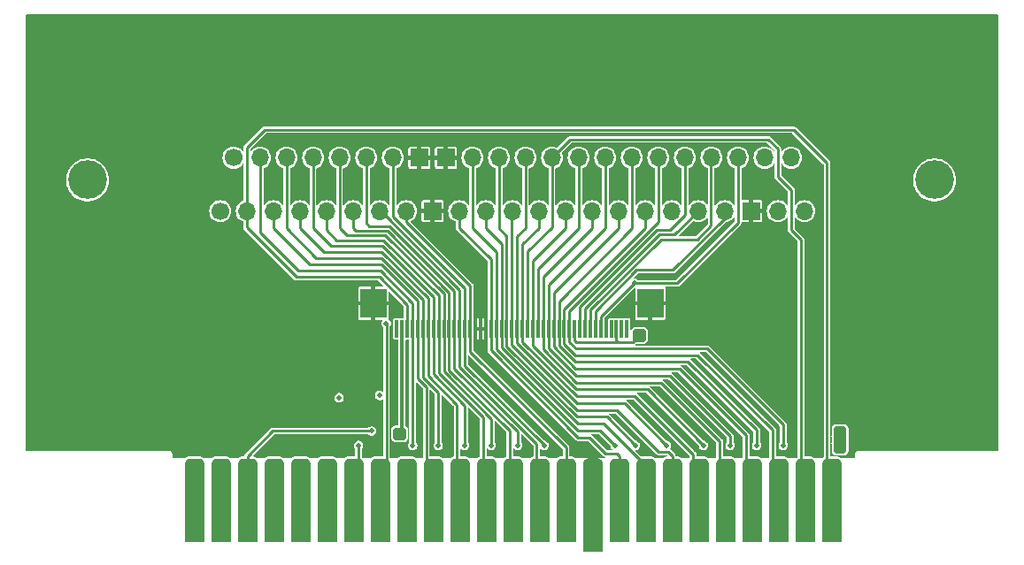
<source format=gtl>
G04 #@! TF.GenerationSoftware,KiCad,Pcbnew,8.0.2*
G04 #@! TF.CreationDate,2024-05-08T12:07:27-04:00*
G04 #@! TF.ProjectId,SMS-to-GG,534d532d-746f-42d4-9747-2e6b69636164,4*
G04 #@! TF.SameCoordinates,Original*
G04 #@! TF.FileFunction,Copper,L1,Top*
G04 #@! TF.FilePolarity,Positive*
%FSLAX46Y46*%
G04 Gerber Fmt 4.6, Leading zero omitted, Abs format (unit mm)*
G04 Created by KiCad (PCBNEW 8.0.2) date 2024-05-08 12:07:27*
%MOMM*%
%LPD*%
G01*
G04 APERTURE LIST*
G04 Aperture macros list*
%AMFreePoly0*
4,1,17,-0.910000,3.545000,-0.902068,3.629590,-0.857273,3.757607,-0.776734,3.866734,-0.667607,3.947273,-0.539590,3.992068,-0.455000,4.000000,0.455000,4.000000,0.539590,3.992068,0.667607,3.947273,0.776734,3.866734,0.857273,3.757607,0.902068,3.629590,0.910000,3.545000,0.910000,-4.000000,-0.910000,-4.000000,-0.910000,3.545000,-0.910000,3.545000,$1*%
%AMFreePoly1*
4,1,17,-0.910000,3.995000,-0.902068,4.079590,-0.857273,4.207607,-0.776734,4.316734,-0.667607,4.397273,-0.539590,4.442068,-0.455000,4.450000,0.455000,4.450000,0.539590,4.442068,0.667607,4.397273,0.776734,4.316734,0.857273,4.207607,0.902068,4.079590,0.910000,3.995000,0.910000,-4.450000,-0.910000,-4.450000,-0.910000,3.995000,-0.910000,3.995000,$1*%
G04 Aperture macros list end*
G04 #@! TA.AperFunction,SMDPad,CuDef*
%ADD10R,0.300000X1.700000*%
G04 #@! TD*
G04 #@! TA.AperFunction,SMDPad,CuDef*
%ADD11R,2.500000X2.800000*%
G04 #@! TD*
G04 #@! TA.AperFunction,ConnectorPad*
%ADD12FreePoly0,0.000000*%
G04 #@! TD*
G04 #@! TA.AperFunction,ConnectorPad*
%ADD13FreePoly1,0.000000*%
G04 #@! TD*
G04 #@! TA.AperFunction,WasherPad*
%ADD14C,3.700000*%
G04 #@! TD*
G04 #@! TA.AperFunction,ComponentPad*
%ADD15C,1.700000*%
G04 #@! TD*
G04 #@! TA.AperFunction,ComponentPad*
%ADD16O,1.700000X1.700000*%
G04 #@! TD*
G04 #@! TA.AperFunction,ComponentPad*
%ADD17R,1.700000X1.700000*%
G04 #@! TD*
G04 #@! TA.AperFunction,ViaPad*
%ADD18C,0.500000*%
G04 #@! TD*
G04 #@! TA.AperFunction,ViaPad*
%ADD19C,0.800000*%
G04 #@! TD*
G04 #@! TA.AperFunction,ViaPad*
%ADD20C,1.500000*%
G04 #@! TD*
G04 #@! TA.AperFunction,Conductor*
%ADD21C,0.250000*%
G04 #@! TD*
G04 #@! TA.AperFunction,Conductor*
%ADD22C,0.500000*%
G04 #@! TD*
G04 #@! TA.AperFunction,Conductor*
%ADD23C,0.300000*%
G04 #@! TD*
G04 #@! TA.AperFunction,Conductor*
%ADD24C,1.000000*%
G04 #@! TD*
G04 APERTURE END LIST*
D10*
G04 #@! TO.P,J3,1,NC*
G04 #@! TO.N,unconnected-(J3-NC-Pad1)*
X161620000Y-117570000D03*
G04 #@! TO.P,J3,2,NC*
G04 #@! TO.N,unconnected-(J3-NC-Pad2)*
X161120000Y-117570000D03*
G04 #@! TO.P,J3,3,+5V*
G04 #@! TO.N,+5V*
X160620000Y-117570000D03*
G04 #@! TO.P,J3,4,NC*
G04 #@! TO.N,unconnected-(J3-NC-Pad4)*
X160120000Y-117570000D03*
G04 #@! TO.P,J3,5,GND*
G04 #@! TO.N,GND*
X159620000Y-117570000D03*
G04 #@! TO.P,J3,6,Clock*
G04 #@! TO.N,Clock*
X159120000Y-117570000D03*
G04 #@! TO.P,J3,7,Reset*
G04 #@! TO.N,Reset*
X158620000Y-117570000D03*
G04 #@! TO.P,J3,8,Refresh*
G04 #@! TO.N,Refresh*
X158120000Y-117570000D03*
G04 #@! TO.P,J3,9,IO_Request*
G04 #@! TO.N,IO_Request*
X157620000Y-117570000D03*
G04 #@! TO.P,J3,10,M1*
G04 #@! TO.N,M1*
X157120000Y-117570000D03*
G04 #@! TO.P,J3,11,+5V*
G04 #@! TO.N,+5V*
X156620000Y-117570000D03*
G04 #@! TO.P,J3,12,M8-B*
G04 #@! TO.N,M8-B*
X156120000Y-117570000D03*
G04 #@! TO.P,J3,13,A14*
G04 #@! TO.N,A14*
X155620000Y-117570000D03*
G04 #@! TO.P,J3,14,A13*
G04 #@! TO.N,A13*
X155120000Y-117570000D03*
G04 #@! TO.P,J3,15,A8*
G04 #@! TO.N,A8*
X154620000Y-117570000D03*
G04 #@! TO.P,J3,16,A9*
G04 #@! TO.N,A9*
X154120000Y-117570000D03*
G04 #@! TO.P,J3,17,A11*
G04 #@! TO.N,A11*
X153620000Y-117570000D03*
G04 #@! TO.P,J3,18,A15*
G04 #@! TO.N,A15*
X153120000Y-117570000D03*
G04 #@! TO.P,J3,19,M0-7*
G04 #@! TO.N,M0-7*
X152620000Y-117570000D03*
G04 #@! TO.P,J3,20,Read*
G04 #@! TO.N,Read*
X152120000Y-117570000D03*
G04 #@! TO.P,J3,21,A10*
G04 #@! TO.N,A10*
X151620000Y-117570000D03*
G04 #@! TO.P,J3,22,Enable*
G04 #@! TO.N,Enable*
X151120000Y-117570000D03*
G04 #@! TO.P,J3,23,D7*
G04 #@! TO.N,D7*
X150620000Y-117570000D03*
G04 #@! TO.P,J3,24,D6*
G04 #@! TO.N,D6*
X150120000Y-117570000D03*
G04 #@! TO.P,J3,25,D5*
G04 #@! TO.N,D5*
X149620000Y-117570000D03*
G04 #@! TO.P,J3,26,D4*
G04 #@! TO.N,D4*
X149120000Y-117570000D03*
G04 #@! TO.P,J3,27,D3*
G04 #@! TO.N,D3*
X148620000Y-117570000D03*
G04 #@! TO.P,J3,28,GND*
G04 #@! TO.N,GND*
X148120000Y-117570000D03*
G04 #@! TO.P,J3,29,GND*
X147620000Y-117570000D03*
G04 #@! TO.P,J3,30,GND*
X147120000Y-117570000D03*
G04 #@! TO.P,J3,31,D2*
G04 #@! TO.N,D2*
X146620000Y-117570000D03*
G04 #@! TO.P,J3,32,D1*
G04 #@! TO.N,D1*
X146120000Y-117570000D03*
G04 #@! TO.P,J3,33,D0*
G04 #@! TO.N,D0*
X145620000Y-117570000D03*
G04 #@! TO.P,J3,34,A0*
G04 #@! TO.N,A0*
X145120000Y-117570000D03*
G04 #@! TO.P,J3,35,A1*
G04 #@! TO.N,A1*
X144620000Y-117570000D03*
G04 #@! TO.P,J3,36,A2*
G04 #@! TO.N,A2*
X144120000Y-117570000D03*
G04 #@! TO.P,J3,37,A3*
G04 #@! TO.N,A3*
X143620000Y-117570000D03*
G04 #@! TO.P,J3,38,A4*
G04 #@! TO.N,A4*
X143120000Y-117570000D03*
G04 #@! TO.P,J3,39,A5*
G04 #@! TO.N,A5*
X142620000Y-117570000D03*
G04 #@! TO.P,J3,40,A6*
G04 #@! TO.N,A6*
X142120000Y-117570000D03*
G04 #@! TO.P,J3,41,A7*
G04 #@! TO.N,A7*
X141620000Y-117570000D03*
G04 #@! TO.P,J3,42,A12*
G04 #@! TO.N,A12*
X141120000Y-117570000D03*
G04 #@! TO.P,J3,43,Write*
G04 #@! TO.N,Write*
X140620000Y-117570000D03*
G04 #@! TO.P,J3,44,+5V*
G04 #@! TO.N,+5V*
X140120000Y-117570000D03*
G04 #@! TO.P,J3,45,NC*
G04 #@! TO.N,unconnected-(J3-NC-Pad45)*
X139620000Y-117570000D03*
D11*
G04 #@! TO.P,J3,S1,SHIELD*
G04 #@! TO.N,GND*
X163870000Y-115120000D03*
G04 #@! TO.P,J3,S2,SHIELD*
X137370000Y-115120000D03*
G04 #@! TD*
D12*
G04 #@! TO.P,J1,50,NMI*
G04 #@! TO.N,unconnected-(J1-NMI-Pad50)*
X120247000Y-133988000D03*
G04 #@! TO.P,J1,48,Joystick_Read*
G04 #@! TO.N,unconnected-(J1-Joystick_Read-Pad48)*
X122787000Y-133988000D03*
G04 #@! TO.P,J1,46,Reset*
G04 #@! TO.N,Reset*
X125327000Y-133988000D03*
G04 #@! TO.P,J1,44,Bus_Request*
G04 #@! TO.N,unconnected-(J1-Bus_Request-Pad44)*
X127867000Y-133988000D03*
G04 #@! TO.P,J1,42,Interrupt*
G04 #@! TO.N,unconnected-(J1-Interrupt-Pad42)*
X130407000Y-133988000D03*
G04 #@! TO.P,J1,40,Halt*
G04 #@! TO.N,unconnected-(J1-Halt-Pad40)*
X132947000Y-133988000D03*
G04 #@! TO.P,J1,38,IO_Request*
G04 #@! TO.N,IO_Request*
X135487000Y-133988000D03*
G04 #@! TO.P,J1,36,A15*
G04 #@! TO.N,A15*
X138027000Y-133988000D03*
G04 #@! TO.P,J1,34,CONT*
G04 #@! TO.N,unconnected-(J1-CONT-Pad34)*
X140567000Y-133988000D03*
G04 #@! TO.P,J1,32,A7*
G04 #@! TO.N,A7*
X143107000Y-133988000D03*
G04 #@! TO.P,J1,30,A5*
G04 #@! TO.N,A5*
X145647000Y-133988000D03*
G04 #@! TO.P,J1,28,A3*
G04 #@! TO.N,A3*
X148187000Y-133988000D03*
G04 #@! TO.P,J1,26,A1*
G04 #@! TO.N,A1*
X150727000Y-133988000D03*
G04 #@! TO.P,J1,24,D0*
G04 #@! TO.N,D0*
X153267000Y-133988000D03*
G04 #@! TO.P,J1,22,D2*
G04 #@! TO.N,D2*
X155807000Y-133988000D03*
D13*
G04 #@! TO.P,J1,20,GND*
G04 #@! TO.N,GND*
X158347000Y-134438000D03*
D12*
G04 #@! TO.P,J1,18,D3*
G04 #@! TO.N,D3*
X160887000Y-133988000D03*
G04 #@! TO.P,J1,16,D5*
G04 #@! TO.N,D5*
X163427000Y-133988000D03*
G04 #@! TO.P,J1,14,D7*
G04 #@! TO.N,D7*
X165967000Y-133988000D03*
G04 #@! TO.P,J1,12,A10*
G04 #@! TO.N,A10*
X168507000Y-133988000D03*
G04 #@! TO.P,J1,10,A11*
G04 #@! TO.N,A11*
X171047000Y-133988000D03*
G04 #@! TO.P,J1,8,A8*
G04 #@! TO.N,A8*
X173587000Y-133988000D03*
G04 #@! TO.P,J1,6,A14*
G04 #@! TO.N,A14*
X176127000Y-133988000D03*
G04 #@! TO.P,J1,4,Read*
G04 #@! TO.N,Read*
X178667000Y-133988000D03*
G04 #@! TO.P,J1,2,Write*
G04 #@! TO.N,Write*
X181207000Y-133988000D03*
G04 #@! TD*
D14*
G04 #@! TO.P,J2,*
G04 #@! TO.N,*
X110020000Y-103302000D03*
X191046000Y-103302000D03*
D15*
G04 #@! TO.P,J2,1,+34V*
G04 #@! TO.N,unconnected-(J2-+34V-Pad1)*
X122720000Y-106290000D03*
G04 #@! TO.P,J2,2,+5V*
G04 #@! TO.N,+5V*
X123990000Y-101170000D03*
D16*
G04 #@! TO.P,J2,3,Write*
G04 #@! TO.N,Write*
X125260000Y-106290000D03*
G04 #@! TO.P,J2,4,A12*
G04 #@! TO.N,A12*
X126530000Y-101170000D03*
G04 #@! TO.P,J2,5,A7*
G04 #@! TO.N,A7*
X127800000Y-106290000D03*
G04 #@! TO.P,J2,6,A6*
G04 #@! TO.N,A6*
X129070000Y-101170000D03*
G04 #@! TO.P,J2,7,A5*
G04 #@! TO.N,A5*
X130340000Y-106290000D03*
G04 #@! TO.P,J2,8,A4*
G04 #@! TO.N,A4*
X131610000Y-101170000D03*
G04 #@! TO.P,J2,9,A3*
G04 #@! TO.N,A3*
X132880000Y-106290000D03*
G04 #@! TO.P,J2,10,A2*
G04 #@! TO.N,A2*
X134150000Y-101170000D03*
G04 #@! TO.P,J2,11,A1*
G04 #@! TO.N,A1*
X135420000Y-106290000D03*
G04 #@! TO.P,J2,12,A0*
G04 #@! TO.N,A0*
X136690000Y-101170000D03*
G04 #@! TO.P,J2,13,D0*
G04 #@! TO.N,D0*
X137960000Y-106290000D03*
G04 #@! TO.P,J2,14,D1*
G04 #@! TO.N,D1*
X139230000Y-101170000D03*
G04 #@! TO.P,J2,15,D2*
G04 #@! TO.N,D2*
X140500000Y-106290000D03*
D17*
G04 #@! TO.P,J2,16,GND*
G04 #@! TO.N,GND*
X141770000Y-101170000D03*
G04 #@! TO.P,J2,17,GND*
X143040000Y-106290000D03*
G04 #@! TO.P,J2,18,GND*
X144310000Y-101170000D03*
D16*
G04 #@! TO.P,J2,19,D3*
G04 #@! TO.N,D3*
X145580000Y-106290000D03*
G04 #@! TO.P,J2,20,D4*
G04 #@! TO.N,D4*
X146850000Y-101170000D03*
G04 #@! TO.P,J2,21,D5*
G04 #@! TO.N,D5*
X148120000Y-106290000D03*
G04 #@! TO.P,J2,22,D6*
G04 #@! TO.N,D6*
X149390000Y-101170000D03*
G04 #@! TO.P,J2,23,D7*
G04 #@! TO.N,D7*
X150660000Y-106290000D03*
G04 #@! TO.P,J2,24,Enable*
G04 #@! TO.N,Enable*
X151930000Y-101170000D03*
G04 #@! TO.P,J2,25,A10*
G04 #@! TO.N,A10*
X153200000Y-106290000D03*
G04 #@! TO.P,J2,26,Read*
G04 #@! TO.N,Read*
X154470000Y-101170000D03*
G04 #@! TO.P,J2,27,M0-7*
G04 #@! TO.N,M0-7*
X155740000Y-106290000D03*
G04 #@! TO.P,J2,28,A15*
G04 #@! TO.N,A15*
X157010000Y-101170000D03*
G04 #@! TO.P,J2,29,A11*
G04 #@! TO.N,A11*
X158280000Y-106290000D03*
G04 #@! TO.P,J2,30,A9*
G04 #@! TO.N,A9*
X159550000Y-101170000D03*
G04 #@! TO.P,J2,31,A8*
G04 #@! TO.N,A8*
X160820000Y-106290000D03*
G04 #@! TO.P,J2,32,A13*
G04 #@! TO.N,A13*
X162090000Y-101170000D03*
G04 #@! TO.P,J2,33,A14*
G04 #@! TO.N,A14*
X163360000Y-106290000D03*
G04 #@! TO.P,J2,34,M8-B*
G04 #@! TO.N,M8-B*
X164630000Y-101170000D03*
G04 #@! TO.P,J2,35,+5V*
G04 #@! TO.N,+5V*
X165900000Y-106290000D03*
G04 #@! TO.P,J2,36,M1*
G04 #@! TO.N,M1*
X167170000Y-101170000D03*
G04 #@! TO.P,J2,37,IO_Request*
G04 #@! TO.N,IO_Request*
X168440000Y-106290000D03*
G04 #@! TO.P,J2,38,Refresh*
G04 #@! TO.N,Refresh*
X169710000Y-101170000D03*
G04 #@! TO.P,J2,39,Reset*
G04 #@! TO.N,Reset*
X170980000Y-106290000D03*
G04 #@! TO.P,J2,40,Clock*
G04 #@! TO.N,Clock*
X172250000Y-101170000D03*
D17*
G04 #@! TO.P,J2,41,GND*
G04 #@! TO.N,GND*
X173520000Y-106290000D03*
D16*
G04 #@! TO.P,J2,42,GG*
G04 #@! TO.N,unconnected-(J2-GG-Pad42)*
X174790000Y-101170000D03*
G04 #@! TO.P,J2,43,TV_Enable*
G04 #@! TO.N,+5V*
X176060000Y-106290000D03*
G04 #@! TO.P,J2,44,TV_Audio_R*
G04 #@! TO.N,unconnected-(J2-TV_Audio_R-Pad44)*
X177330000Y-101170000D03*
G04 #@! TO.P,J2,45,TV_Audio_L*
G04 #@! TO.N,unconnected-(J2-TV_Audio_L-Pad45)*
X178600000Y-106290000D03*
G04 #@! TD*
D18*
G04 #@! TO.N,+5V*
X140240000Y-127270000D03*
X162460000Y-118550000D03*
X181650000Y-129230000D03*
X140240000Y-127980000D03*
X163170000Y-118550000D03*
X181650000Y-127830000D03*
X139530000Y-127270000D03*
X182360000Y-127130000D03*
X163170000Y-117850000D03*
X181650000Y-127130000D03*
X181650000Y-128530000D03*
X182360000Y-129230000D03*
X182360000Y-128530000D03*
X139530000Y-127980000D03*
X162460000Y-117850000D03*
X182360000Y-127830000D03*
G04 #@! TO.N,M8-B*
X176578000Y-128720000D03*
G04 #@! TO.N,A13*
X174038000Y-128720000D03*
G04 #@! TO.N,A9*
X171498000Y-128720000D03*
G04 #@! TO.N,M0-7*
X168958000Y-128720000D03*
G04 #@! TO.N,Enable*
X165410000Y-128720000D03*
G04 #@! TO.N,D6*
X162430000Y-128720000D03*
G04 #@! TO.N,D4*
X160480000Y-128720000D03*
G04 #@! TO.N,GND*
X166540000Y-125340000D03*
X137970000Y-101990000D03*
X167860000Y-107740000D03*
D19*
X172770000Y-121040000D03*
D18*
X145440000Y-110230000D03*
X163350000Y-104930000D03*
X154480000Y-128720000D03*
X159660000Y-128720000D03*
X130330000Y-104930000D03*
X134170000Y-129670000D03*
X170330000Y-111910000D03*
X143010000Y-124870000D03*
X151940000Y-128720000D03*
X164130000Y-118600000D03*
X137970000Y-124710000D03*
X196900000Y-87720000D03*
X168430000Y-104930000D03*
D19*
X179670000Y-129110000D03*
D18*
X169060000Y-107450000D03*
X128020000Y-128010000D03*
X137200000Y-126070000D03*
X140240000Y-128720000D03*
X145440000Y-111410000D03*
X137210000Y-121130000D03*
X167830000Y-118600000D03*
X146860000Y-128720000D03*
X177000000Y-115430000D03*
D20*
X116634000Y-103381000D03*
D18*
X165830000Y-118600000D03*
D20*
X157070000Y-129170000D03*
D18*
X137370000Y-113260000D03*
X127800000Y-104920000D03*
X140500000Y-104930000D03*
X175410000Y-110580000D03*
X153210000Y-100120000D03*
D19*
X132140000Y-129040000D03*
D18*
X162150000Y-114220000D03*
X141790000Y-124870000D03*
X150820000Y-124870000D03*
X170980000Y-101990000D03*
X137370000Y-116980000D03*
X151170000Y-123320000D03*
X141830000Y-128720000D03*
X165580000Y-115120000D03*
X163250000Y-128720000D03*
X160810000Y-104930000D03*
X144480000Y-126450000D03*
X162860000Y-112550000D03*
X123990000Y-99810000D03*
X170970000Y-104930000D03*
X136660000Y-128720000D03*
X178600000Y-101990000D03*
X138030000Y-127350000D03*
X144480000Y-124870000D03*
X162870000Y-125340000D03*
D20*
X116634000Y-109477000D03*
D18*
X146700000Y-120650000D03*
D20*
X169564885Y-97274000D03*
D18*
X183660000Y-110590000D03*
X173520000Y-101990000D03*
D20*
X184706000Y-127892000D03*
D18*
X162810000Y-116980000D03*
D20*
X177128440Y-97274000D03*
D18*
X150670000Y-101990000D03*
X149810000Y-121650000D03*
X135930000Y-120460000D03*
X145570000Y-104930000D03*
X104370000Y-129030000D03*
X130350000Y-101980000D03*
X127460000Y-126760000D03*
X177330000Y-99810000D03*
X163360000Y-101990000D03*
X169060000Y-115430000D03*
X141790000Y-123330000D03*
X104370000Y-87730000D03*
D20*
X184706000Y-109604000D03*
D18*
X139420000Y-121900000D03*
X141790000Y-126450000D03*
X134110000Y-126700000D03*
X169730000Y-128720000D03*
D20*
X131747110Y-97274000D03*
D18*
X135420000Y-101990000D03*
X169690000Y-118600000D03*
X137960000Y-104930000D03*
X182010000Y-126180000D03*
X139380000Y-124870000D03*
X170330000Y-110170000D03*
X158290000Y-100120000D03*
X146980000Y-126450000D03*
X182090000Y-115430000D03*
X149400000Y-128720000D03*
X164650000Y-125340000D03*
D20*
X116634000Y-127765000D03*
D18*
X153210000Y-101990000D03*
X168440000Y-101990000D03*
X144330000Y-128720000D03*
X179540000Y-107590000D03*
X139380000Y-126460000D03*
D20*
X184692000Y-97274000D03*
D18*
X170330000Y-115430000D03*
X135660000Y-115120000D03*
X196900000Y-129040000D03*
X152770000Y-124870000D03*
X132880000Y-101990000D03*
X174800000Y-128720000D03*
X135420000Y-104930000D03*
X139080000Y-115120000D03*
X171600000Y-111910000D03*
X171610000Y-115430000D03*
X161990000Y-116070000D03*
X139380000Y-123330000D03*
X169060000Y-111910000D03*
X134090000Y-123340000D03*
X166260000Y-128720000D03*
X160830000Y-101990000D03*
X178600000Y-104930000D03*
X183055000Y-129543000D03*
D20*
X116620000Y-97274000D03*
D19*
X147630000Y-119610000D03*
D18*
X127800000Y-99810000D03*
X172270000Y-128720000D03*
X127800000Y-101990000D03*
X150660000Y-104930000D03*
X132870000Y-104930000D03*
D20*
X124183555Y-97274000D03*
D18*
X134090000Y-124990000D03*
X177350000Y-128720000D03*
X165900000Y-101990000D03*
X153200000Y-104930000D03*
D20*
X184692000Y-103497000D03*
D18*
X143010000Y-126450000D03*
X148120000Y-104930000D03*
X155740000Y-104930000D03*
X148120000Y-101990000D03*
X170330000Y-108490000D03*
D19*
X147620000Y-115960000D03*
D18*
X158290000Y-101990000D03*
X118539000Y-129543000D03*
X124260000Y-105290000D03*
X158280000Y-104930000D03*
G04 #@! TO.N,D1*
X153719500Y-128720000D03*
G04 #@! TO.N,A0*
X151178000Y-128720000D03*
G04 #@! TO.N,A2*
X148638000Y-128720000D03*
G04 #@! TO.N,A4*
X146098000Y-128720000D03*
G04 #@! TO.N,A6*
X143570000Y-128720000D03*
G04 #@! TO.N,A12*
X141120000Y-128720000D03*
G04 #@! TO.N,A15*
X138600000Y-117060000D03*
G04 #@! TO.N,IO_Request*
X135950000Y-128720000D03*
G04 #@! TO.N,Refresh*
X134090000Y-124160000D03*
X137970000Y-123950000D03*
G04 #@! TO.N,Reset*
X137200000Y-127350000D03*
G04 #@! TO.N,Clock*
X162330000Y-113200000D03*
G04 #@! TD*
D21*
G04 #@! TO.N,+5V*
X160770000Y-118820000D02*
X160620000Y-118670000D01*
D22*
X182360000Y-127130000D02*
X181650000Y-127130000D01*
D21*
X156620000Y-118670000D02*
X156620000Y-117570000D01*
D22*
X140240000Y-127980000D02*
X139530000Y-127270000D01*
X182335000Y-128535000D02*
X181665000Y-128535000D01*
X181650000Y-127830000D02*
X181650000Y-127130000D01*
X181650000Y-129230000D02*
X181660000Y-129230000D01*
X162460000Y-117850000D02*
X162460000Y-118550000D01*
X182360000Y-128530000D02*
X182360000Y-129230000D01*
X181650000Y-127850000D02*
X182335000Y-128535000D01*
X182360000Y-129230000D02*
X182350000Y-129230000D01*
X181660000Y-129230000D02*
X182360000Y-128530000D01*
X163170000Y-117850000D02*
X162460000Y-117850000D01*
D21*
X160770000Y-118820000D02*
X160470000Y-118820000D01*
D22*
X139530000Y-127270000D02*
X140240000Y-127270000D01*
X181650000Y-127830000D02*
X181650000Y-128530000D01*
X140240000Y-127980000D02*
X140240000Y-127270000D01*
X182360000Y-127830000D02*
X182360000Y-127130000D01*
X163170000Y-118550000D02*
X163170000Y-117850000D01*
D21*
X160620000Y-117570000D02*
X160620000Y-118670000D01*
D22*
X182350000Y-129230000D02*
X181650000Y-128530000D01*
X181650000Y-128530000D02*
X181650000Y-129230000D01*
D21*
X160470000Y-118820000D02*
X156770000Y-118820000D01*
X162460000Y-118550000D02*
X162190000Y-118820000D01*
X140240000Y-127270000D02*
X139530000Y-127980000D01*
D23*
X140120000Y-127390000D02*
X140120000Y-126670000D01*
D22*
X182360000Y-127850000D02*
X181650000Y-127850000D01*
X163160000Y-117850000D02*
X162460000Y-118550000D01*
X181650000Y-128535000D02*
X182355000Y-128535000D01*
D21*
X160620000Y-118670000D02*
X160470000Y-118820000D01*
D22*
X182340000Y-127140000D02*
X182360000Y-127140000D01*
X139530000Y-127980000D02*
X140240000Y-127980000D01*
D21*
X156770000Y-118820000D02*
X156620000Y-118670000D01*
D22*
X181650000Y-127830000D02*
X182340000Y-127140000D01*
X182355000Y-128535000D02*
X182360000Y-128530000D01*
D21*
X162190000Y-118820000D02*
X160770000Y-118820000D01*
D22*
X182360000Y-128530000D02*
X182360000Y-127830000D01*
X181650000Y-129230000D02*
X182360000Y-129230000D01*
D21*
X139530000Y-127980000D02*
X140120000Y-127390000D01*
D22*
X163170000Y-117850000D02*
X163160000Y-117850000D01*
X139530000Y-127980000D02*
X139530000Y-127270000D01*
D23*
X140120000Y-126670000D02*
X140120000Y-117570000D01*
D22*
X162460000Y-118550000D02*
X163170000Y-118550000D01*
D21*
G04 #@! TO.N,Write*
X140620000Y-115260000D02*
X140620000Y-117570000D01*
X130000000Y-112600000D02*
X137960000Y-112600000D01*
X125260000Y-106290000D02*
X125260000Y-107860000D01*
X125260000Y-100180000D02*
X125260000Y-106290000D01*
X137960000Y-112600000D02*
X140620000Y-115260000D01*
X180769000Y-133550000D02*
X180769000Y-101669000D01*
X181207000Y-133988000D02*
X180769000Y-133550000D01*
X126950000Y-98490000D02*
X125260000Y-100180000D01*
X125260000Y-107860000D02*
X130000000Y-112600000D01*
X180769000Y-101669000D02*
X177590000Y-98490000D01*
X177590000Y-98490000D02*
X126950000Y-98490000D01*
G04 #@! TO.N,Read*
X177340000Y-104260000D02*
X176060000Y-102980000D01*
X156220000Y-99420000D02*
X154470000Y-101170000D01*
X154453000Y-107837000D02*
X152145000Y-110145000D01*
X152145000Y-110145000D02*
X152145000Y-117545000D01*
X178667000Y-133988000D02*
X178280000Y-133601000D01*
X177340000Y-108090000D02*
X177340000Y-104260000D01*
X175170000Y-99420000D02*
X156220000Y-99420000D01*
X176060000Y-102980000D02*
X176060000Y-100310000D01*
X154470000Y-101170000D02*
X154453000Y-101187000D01*
X152145000Y-117545000D02*
X152120000Y-117570000D01*
X178280000Y-109030000D02*
X177340000Y-108090000D01*
X176060000Y-100310000D02*
X175170000Y-99420000D01*
X154453000Y-101187000D02*
X154453000Y-107837000D01*
X178280000Y-133601000D02*
X178280000Y-109030000D01*
G04 #@! TO.N,M8-B*
X176578000Y-126749000D02*
X169299000Y-119470000D01*
X176578000Y-128720000D02*
X176578000Y-126749000D01*
X169299000Y-119470000D02*
X156740000Y-119470000D01*
X156120000Y-115840000D02*
X164640000Y-107320000D01*
X156120000Y-118850000D02*
X156120000Y-115840000D01*
X164640000Y-107320000D02*
X164640000Y-101180000D01*
X156740000Y-119470000D02*
X156120000Y-118850000D01*
X164640000Y-101180000D02*
X164630000Y-101170000D01*
G04 #@! TO.N,A14*
X163360000Y-106290000D02*
X163360000Y-107930000D01*
X163360000Y-107930000D02*
X155620000Y-115670000D01*
X155620000Y-119006396D02*
X156693604Y-120080000D01*
X175562000Y-127257000D02*
X175562000Y-133423000D01*
X156693604Y-120080000D02*
X168385000Y-120080000D01*
X175562000Y-133423000D02*
X176127000Y-133988000D01*
X155620000Y-115670000D02*
X155620000Y-119006396D01*
X168385000Y-120080000D02*
X175562000Y-127257000D01*
G04 #@! TO.N,A13*
X155120000Y-119142792D02*
X155120000Y-114920000D01*
X167471000Y-120690000D02*
X156667208Y-120690000D01*
X174038000Y-128720000D02*
X174038000Y-127257000D01*
X174038000Y-127257000D02*
X167471000Y-120690000D01*
X162100000Y-107940000D02*
X162100000Y-101180000D01*
X162100000Y-101180000D02*
X162090000Y-101170000D01*
X155120000Y-114920000D02*
X162100000Y-107940000D01*
X156667208Y-120690000D02*
X155120000Y-119142792D01*
G04 #@! TO.N,A8*
X154620000Y-119279188D02*
X154620000Y-114120000D01*
X173587000Y-133988000D02*
X173022000Y-133423000D01*
X166637000Y-121380000D02*
X156720812Y-121380000D01*
X156720812Y-121380000D02*
X154620000Y-119279188D01*
X173022000Y-133423000D02*
X173022000Y-127765000D01*
X160820000Y-107920000D02*
X160820000Y-106290000D01*
X154620000Y-114120000D02*
X160820000Y-107920000D01*
X173022000Y-127765000D02*
X166637000Y-121380000D01*
G04 #@! TO.N,A9*
X171498000Y-127820000D02*
X165738000Y-122060000D01*
X165738000Y-122060000D02*
X156764416Y-122060000D01*
X159560000Y-107880000D02*
X159560000Y-101180000D01*
X171498000Y-128720000D02*
X171498000Y-127820000D01*
X154120000Y-113320000D02*
X159560000Y-107880000D01*
X159560000Y-101180000D02*
X159550000Y-101170000D01*
X156764416Y-122060000D02*
X154120000Y-119415584D01*
X154120000Y-119415584D02*
X154120000Y-113320000D01*
G04 #@! TO.N,A11*
X156778020Y-122710000D02*
X153620000Y-119551980D01*
X153620000Y-119551980D02*
X153620000Y-112570000D01*
X164871375Y-122710000D02*
X156778020Y-122710000D01*
X170482000Y-133423000D02*
X170482000Y-128320625D01*
X170482000Y-128320625D02*
X164871375Y-122710000D01*
X158280000Y-107910000D02*
X158280000Y-106290000D01*
X171047000Y-133988000D02*
X170482000Y-133423000D01*
X153620000Y-112570000D02*
X158280000Y-107910000D01*
G04 #@! TO.N,M0-7*
X152620000Y-119188376D02*
X152620000Y-117570000D01*
X152620000Y-111020000D02*
X152620000Y-117570000D01*
X155740000Y-107900000D02*
X152620000Y-111020000D01*
X168958000Y-128718000D02*
X163590000Y-123350000D01*
X163590000Y-123350000D02*
X156781624Y-123350000D01*
X155740000Y-106290000D02*
X155740000Y-107900000D01*
X168958000Y-128720000D02*
X168958000Y-128718000D01*
X156781624Y-123350000D02*
X152620000Y-119188376D01*
G04 #@! TO.N,A10*
X153183000Y-106307000D02*
X153200000Y-106290000D01*
X156815228Y-124020000D02*
X162400000Y-124020000D01*
X167942000Y-129562000D02*
X167942000Y-133423000D01*
X151620000Y-109470000D02*
X153183000Y-107907000D01*
X151620000Y-117570000D02*
X151620000Y-109470000D01*
X153183000Y-107907000D02*
X153183000Y-106307000D01*
X167942000Y-133423000D02*
X168507000Y-133988000D01*
X151620000Y-118824772D02*
X156815228Y-124020000D01*
X162400000Y-124020000D02*
X167942000Y-129562000D01*
X151620000Y-117570000D02*
X151620000Y-118824772D01*
G04 #@! TO.N,Enable*
X151913000Y-101187000D02*
X151930000Y-101170000D01*
X165410000Y-128720000D02*
X165410000Y-128710000D01*
X156848832Y-124690000D02*
X151120000Y-118961168D01*
X151913000Y-107927000D02*
X151913000Y-101187000D01*
X161390000Y-124690000D02*
X156848832Y-124690000D01*
X151120000Y-118961168D02*
X151120000Y-108720000D01*
X151120000Y-108720000D02*
X151913000Y-107927000D01*
X165410000Y-128710000D02*
X161390000Y-124690000D01*
G04 #@! TO.N,D7*
X165967000Y-133988000D02*
X165967000Y-129747000D01*
X164670000Y-129320000D02*
X160690000Y-125340000D01*
X160690000Y-125340000D02*
X156862436Y-125340000D01*
X165540000Y-129320000D02*
X164670000Y-129320000D01*
X165967000Y-129747000D02*
X165540000Y-129320000D01*
X156862436Y-125340000D02*
X150620000Y-119097564D01*
X150620000Y-106330000D02*
X150660000Y-106290000D01*
X150620000Y-119097564D02*
X150620000Y-106330000D01*
G04 #@! TO.N,D6*
X156876040Y-125990000D02*
X150120000Y-119233960D01*
X149390000Y-107940000D02*
X149390000Y-101170000D01*
X162430000Y-128720000D02*
X159700000Y-125990000D01*
X150120000Y-119233960D02*
X150120000Y-108670000D01*
X150120000Y-108670000D02*
X149390000Y-107940000D01*
X159700000Y-125990000D02*
X156876040Y-125990000D01*
G04 #@! TO.N,D5*
X148103000Y-107903000D02*
X149620000Y-109420000D01*
X156899644Y-126650000D02*
X159390000Y-126650000D01*
X149620000Y-119370356D02*
X156899644Y-126650000D01*
X148103000Y-106307000D02*
X148103000Y-107903000D01*
X148120000Y-106290000D02*
X148103000Y-106307000D01*
X163427000Y-130687000D02*
X163427000Y-133988000D01*
X159390000Y-126650000D02*
X163427000Y-130687000D01*
X149620000Y-109420000D02*
X149620000Y-119370356D01*
G04 #@! TO.N,D4*
X160480000Y-128720000D02*
X159070000Y-127310000D01*
X146850000Y-107950000D02*
X146850000Y-101170000D01*
X149120000Y-110220000D02*
X146850000Y-107950000D01*
X156923248Y-127310000D02*
X149120000Y-119506752D01*
X159070000Y-127310000D02*
X156923248Y-127310000D01*
X149120000Y-119506752D02*
X149120000Y-110220000D01*
G04 #@! TO.N,D3*
X145580000Y-107880000D02*
X145580000Y-106290000D01*
X160887000Y-129747000D02*
X160650000Y-129510000D01*
X160322000Y-133423000D02*
X160322000Y-130305000D01*
X156936852Y-127960000D02*
X148620000Y-119643148D01*
X160650000Y-129510000D02*
X159590000Y-129510000D01*
X160887000Y-133988000D02*
X160322000Y-133423000D01*
X148620000Y-119643148D02*
X148620000Y-110920000D01*
X159590000Y-129510000D02*
X158040000Y-127960000D01*
X160887000Y-133988000D02*
X160887000Y-129747000D01*
X158040000Y-127960000D02*
X156936852Y-127960000D01*
X148620000Y-110920000D02*
X145580000Y-107880000D01*
G04 #@! TO.N,GND*
X148120000Y-116460000D02*
X148120000Y-117570000D01*
X147120000Y-116460000D02*
X147120000Y-117570000D01*
X147630000Y-119610000D02*
X148120000Y-119120000D01*
X161098376Y-115110000D02*
X159620000Y-116588376D01*
X147620000Y-115960000D02*
X148120000Y-116460000D01*
X161520000Y-115110000D02*
X161098376Y-115110000D01*
X147620000Y-115960000D02*
X147120000Y-116460000D01*
X147620000Y-115960000D02*
X147620000Y-117570000D01*
X148120000Y-119120000D02*
X148120000Y-117570000D01*
X161530000Y-115120000D02*
X163870000Y-115120000D01*
D24*
X158347000Y-129727000D02*
X158347000Y-134388000D01*
X157790000Y-129170000D02*
X158347000Y-129727000D01*
D21*
X161520000Y-115110000D02*
X161530000Y-115120000D01*
X147120000Y-119100000D02*
X147120000Y-117570000D01*
X159620000Y-116588376D02*
X159620000Y-117570000D01*
X147630000Y-119610000D02*
X147120000Y-119100000D01*
X147630000Y-119610000D02*
X147620000Y-119600000D01*
X147620000Y-119600000D02*
X147620000Y-117570000D01*
D24*
X157070000Y-129170000D02*
X157790000Y-129170000D01*
D21*
G04 #@! TO.N,D2*
X146620000Y-119740000D02*
X155807000Y-128927000D01*
X140500000Y-106290000D02*
X140500000Y-107300000D01*
X146620000Y-113420000D02*
X146620000Y-119740000D01*
X140500000Y-107300000D02*
X146620000Y-113420000D01*
X155807000Y-128927000D02*
X155807000Y-133988000D01*
G04 #@! TO.N,D1*
X153719500Y-128720000D02*
X153719500Y-128701936D01*
X153719500Y-128701936D02*
X146120000Y-121102436D01*
X139230000Y-106780000D02*
X139230000Y-101170000D01*
X146120000Y-121102436D02*
X146120000Y-113670000D01*
X146120000Y-113670000D02*
X139230000Y-106780000D01*
G04 #@! TO.N,D0*
X145620000Y-121238832D02*
X152995000Y-128613832D01*
X152995000Y-128613832D02*
X152995000Y-133716000D01*
X137960000Y-106290000D02*
X138103604Y-106290000D01*
X152995000Y-133716000D02*
X153267000Y-133988000D01*
X145620000Y-113806396D02*
X145620000Y-121238832D01*
X138103604Y-106290000D02*
X145620000Y-113806396D01*
G04 #@! TO.N,A0*
X151178000Y-127433228D02*
X145120000Y-121375228D01*
X151178000Y-128720000D02*
X151178000Y-127433228D01*
X136970000Y-107720000D02*
X136690000Y-107440000D01*
X136690000Y-107440000D02*
X136690000Y-101170000D01*
X138897208Y-107720000D02*
X136970000Y-107720000D01*
X145120000Y-121375228D02*
X145120000Y-113942792D01*
X145120000Y-113942792D02*
X138897208Y-107720000D01*
G04 #@! TO.N,A1*
X135670000Y-108170000D02*
X138710812Y-108170000D01*
X144620000Y-114079188D02*
X144620000Y-121511624D01*
X138710812Y-108170000D02*
X144620000Y-114079188D01*
X135420000Y-107920000D02*
X135670000Y-108170000D01*
X150445000Y-127336624D02*
X150445000Y-133706000D01*
X144620000Y-121511624D02*
X150445000Y-127336624D01*
X150445000Y-133706000D02*
X150727000Y-133988000D01*
X135420000Y-106290000D02*
X135420000Y-107920000D01*
G04 #@! TO.N,A2*
X134133000Y-101187000D02*
X134150000Y-101170000D01*
X144120000Y-114215584D02*
X138524416Y-108620000D01*
X148638000Y-126166020D02*
X144120000Y-121648020D01*
X138524416Y-108620000D02*
X134820000Y-108620000D01*
X144120000Y-121648020D02*
X144120000Y-114215584D01*
X134820000Y-108620000D02*
X134133000Y-107933000D01*
X148638000Y-128720000D02*
X148638000Y-126166020D01*
X134133000Y-107933000D02*
X134133000Y-101187000D01*
G04 #@! TO.N,A3*
X133820000Y-109070000D02*
X138338020Y-109070000D01*
X147870000Y-126034416D02*
X147870000Y-131107912D01*
X147622000Y-133423000D02*
X147622000Y-130749500D01*
X143620000Y-114351980D02*
X143620000Y-121784416D01*
X148187000Y-133988000D02*
X147622000Y-133423000D01*
X147870000Y-131107912D02*
X148187000Y-131424912D01*
X148187000Y-131424912D02*
X148187000Y-133988000D01*
X132880000Y-106290000D02*
X132880000Y-108130000D01*
X132880000Y-108130000D02*
X133820000Y-109070000D01*
X138338020Y-109070000D02*
X143620000Y-114351980D01*
X143620000Y-121784416D02*
X147870000Y-126034416D01*
G04 #@! TO.N,A4*
X138221624Y-109590000D02*
X133290000Y-109590000D01*
X146098000Y-128720000D02*
X146098000Y-124898812D01*
X146098000Y-124898812D02*
X143120000Y-121920812D01*
X143120000Y-121920812D02*
X143120000Y-114488376D01*
X131593000Y-101187000D02*
X131610000Y-101170000D01*
X133290000Y-109590000D02*
X131593000Y-107893000D01*
X131593000Y-107893000D02*
X131593000Y-101187000D01*
X143120000Y-114488376D02*
X138221624Y-109590000D01*
G04 #@! TO.N,A5*
X145373000Y-133714000D02*
X145647000Y-133988000D01*
X130340000Y-107890000D02*
X132620000Y-110170000D01*
X130340000Y-106290000D02*
X130340000Y-107890000D01*
X138165228Y-110170000D02*
X142620000Y-114624772D01*
X142620000Y-122057208D02*
X145373000Y-124810208D01*
X142620000Y-114624772D02*
X142620000Y-122057208D01*
X132620000Y-110170000D02*
X138165228Y-110170000D01*
X145373000Y-124810208D02*
X145373000Y-133714000D01*
G04 #@! TO.N,A6*
X129070000Y-107920000D02*
X129070000Y-101170000D01*
X143570000Y-128720000D02*
X143590000Y-128700000D01*
X131920000Y-110770000D02*
X129070000Y-107920000D01*
X143590000Y-123663604D02*
X142120000Y-122193604D01*
X138128832Y-110770000D02*
X131920000Y-110770000D01*
X143590000Y-128700000D02*
X143590000Y-123663604D01*
X142120000Y-114761168D02*
X138128832Y-110770000D01*
X142120000Y-122193604D02*
X142120000Y-114761168D01*
G04 #@! TO.N,A7*
X142430000Y-123140000D02*
X142430000Y-133311000D01*
X141620000Y-122330000D02*
X142430000Y-123140000D01*
X138122436Y-111400000D02*
X141620000Y-114897564D01*
X127800000Y-106290000D02*
X127800000Y-107950000D01*
X131250000Y-111400000D02*
X138122436Y-111400000D01*
X127800000Y-107950000D02*
X131250000Y-111400000D01*
X141620000Y-114897564D02*
X141620000Y-122330000D01*
X142430000Y-133311000D02*
X143107000Y-133988000D01*
G04 #@! TO.N,A12*
X141120000Y-117570000D02*
X141120000Y-115100000D01*
X138030000Y-112010000D02*
X130220000Y-112010000D01*
X141120000Y-115100000D02*
X138030000Y-112010000D01*
X141120000Y-128720000D02*
X141120000Y-117570000D01*
X126530000Y-108320000D02*
X126530000Y-101170000D01*
X130220000Y-112010000D02*
X126530000Y-108320000D01*
G04 #@! TO.N,A15*
X138610000Y-121116827D02*
X138615000Y-121121827D01*
X153120000Y-111820000D02*
X153120000Y-117570000D01*
X157010000Y-107930000D02*
X153120000Y-111820000D01*
X138610000Y-117070000D02*
X138610000Y-121116827D01*
X138615000Y-121598173D02*
X138610000Y-121603173D01*
X138610000Y-133405000D02*
X138027000Y-133988000D01*
X138615000Y-121121827D02*
X138615000Y-121598173D01*
X157010000Y-101170000D02*
X157010000Y-107930000D01*
X138610000Y-121603173D02*
X138610000Y-133405000D01*
X138600000Y-117060000D02*
X138610000Y-117070000D01*
G04 #@! TO.N,M1*
X167170000Y-101170000D02*
X167170000Y-106681701D01*
X167170000Y-106681701D02*
X165763479Y-108088222D01*
X165763479Y-108088222D02*
X164508174Y-108088222D01*
X157120000Y-115476396D02*
X157120000Y-117570000D01*
X164508174Y-108088222D02*
X157120000Y-115476396D01*
G04 #@! TO.N,IO_Request*
X157620000Y-115612792D02*
X157620000Y-117570000D01*
X135950000Y-128720000D02*
X135950000Y-133525000D01*
X135950000Y-133525000D02*
X135487000Y-133988000D01*
X168440000Y-106290000D02*
X166191778Y-108538222D01*
X166191778Y-108538222D02*
X164694570Y-108538222D01*
X164694570Y-108538222D02*
X157620000Y-115612792D01*
G04 #@! TO.N,Refresh*
X169670000Y-101210000D02*
X169670000Y-107673604D01*
X169710000Y-101170000D02*
X169670000Y-101210000D01*
X168355382Y-108988222D02*
X164880966Y-108988222D01*
X169670000Y-107673604D02*
X168355382Y-108988222D01*
X158120000Y-115749188D02*
X158120000Y-117570000D01*
X164880966Y-108988222D02*
X158120000Y-115749188D01*
G04 #@! TO.N,Reset*
X170980000Y-107000000D02*
X166040000Y-111940000D01*
X162565584Y-111940000D02*
X158620000Y-115885584D01*
X127720000Y-127350000D02*
X125327000Y-129743000D01*
X170980000Y-106290000D02*
X170980000Y-107000000D01*
X125327000Y-129743000D02*
X125327000Y-133988000D01*
X158620000Y-115885584D02*
X158620000Y-117570000D01*
X137200000Y-127350000D02*
X127720000Y-127350000D01*
X166040000Y-111940000D02*
X162565584Y-111940000D01*
G04 #@! TO.N,Clock*
X166450000Y-113200000D02*
X172250000Y-107400000D01*
X162330000Y-113200000D02*
X166450000Y-113200000D01*
X162330000Y-113200000D02*
X159120000Y-116410000D01*
X159120000Y-116410000D02*
X159120000Y-117570000D01*
X172250000Y-107400000D02*
X172250000Y-101170000D01*
G04 #@! TD*
G04 #@! TA.AperFunction,Conductor*
G04 #@! TO.N,GND*
G36*
X197141148Y-87484852D02*
G01*
X197155500Y-87519500D01*
X197155500Y-129243500D01*
X197141148Y-129278148D01*
X197106500Y-129292500D01*
X183640170Y-129292500D01*
X183548101Y-129330637D01*
X183477637Y-129401101D01*
X183477636Y-129401102D01*
X183477636Y-129401103D01*
X183476482Y-129403890D01*
X183439500Y-129493170D01*
X183439500Y-129875898D01*
X183425148Y-129910546D01*
X183390503Y-129924898D01*
X182087201Y-129924981D01*
X182062255Y-129918157D01*
X181924403Y-129836631D01*
X181922038Y-129835944D01*
X181884827Y-129825133D01*
X181765357Y-129790423D01*
X181728205Y-129787500D01*
X181728203Y-129787500D01*
X181143500Y-129787500D01*
X181108852Y-129773148D01*
X181094500Y-129738500D01*
X181094500Y-127129998D01*
X181194867Y-127129998D01*
X181194867Y-127130001D01*
X181199001Y-127158751D01*
X181199500Y-127165725D01*
X181199500Y-127794273D01*
X181199001Y-127801246D01*
X181194867Y-127829998D01*
X181194867Y-127830001D01*
X181199001Y-127858751D01*
X181199500Y-127865725D01*
X181199500Y-128494273D01*
X181199001Y-128501246D01*
X181194867Y-128529998D01*
X181194867Y-128530001D01*
X181199001Y-128558751D01*
X181199500Y-128565725D01*
X181199500Y-129194273D01*
X181199001Y-129201246D01*
X181194867Y-129229998D01*
X181194867Y-129230001D01*
X181199001Y-129258751D01*
X181199500Y-129265725D01*
X181199500Y-129289310D01*
X181207147Y-129317848D01*
X181208318Y-129323557D01*
X181213303Y-129358227D01*
X181222886Y-129379211D01*
X181225644Y-129386882D01*
X181230200Y-129403885D01*
X181230201Y-129403888D01*
X181247952Y-129434632D01*
X181250088Y-129438776D01*
X181267115Y-129476058D01*
X181267120Y-129476066D01*
X181278303Y-129488972D01*
X181283706Y-129496559D01*
X181289508Y-129506609D01*
X181289513Y-129506615D01*
X181318816Y-129535918D01*
X181321200Y-129538478D01*
X181351951Y-129573967D01*
X181361273Y-129579958D01*
X181369428Y-129586530D01*
X181373387Y-129590489D01*
X181414442Y-129614192D01*
X181416395Y-129615382D01*
X181460931Y-129644004D01*
X181465783Y-129645428D01*
X181473143Y-129648580D01*
X181473148Y-129648570D01*
X181476110Y-129649797D01*
X181476114Y-129649799D01*
X181527715Y-129663625D01*
X181528732Y-129663911D01*
X181585228Y-129680500D01*
X181585233Y-129680500D01*
X182424769Y-129680500D01*
X182424772Y-129680500D01*
X182481286Y-129663905D01*
X182482284Y-129663624D01*
X182533886Y-129649799D01*
X182533889Y-129649796D01*
X182533893Y-129649796D01*
X182536854Y-129648570D01*
X182536858Y-129648580D01*
X182544221Y-129645427D01*
X182549069Y-129644004D01*
X182593589Y-129615391D01*
X182595559Y-129614190D01*
X182636613Y-129590489D01*
X182640571Y-129586529D01*
X182648727Y-129579956D01*
X182658049Y-129573967D01*
X182688799Y-129538477D01*
X182691156Y-129535944D01*
X182720489Y-129506613D01*
X182720820Y-129506038D01*
X182726293Y-129496560D01*
X182731701Y-129488965D01*
X182742880Y-129476065D01*
X182742883Y-129476061D01*
X182759905Y-129438786D01*
X182762043Y-129434639D01*
X182779797Y-129403890D01*
X182779797Y-129403888D01*
X182779799Y-129403886D01*
X182784357Y-129386871D01*
X182787110Y-129379215D01*
X182796697Y-129358226D01*
X182801682Y-129323544D01*
X182802848Y-129317861D01*
X182810500Y-129289309D01*
X182810500Y-129265725D01*
X182810999Y-129258751D01*
X182815133Y-129230001D01*
X182815133Y-129229998D01*
X182810999Y-129201246D01*
X182810500Y-129194273D01*
X182810500Y-128565725D01*
X182810999Y-128558751D01*
X182815133Y-128530001D01*
X182815133Y-128529998D01*
X182810999Y-128501246D01*
X182810500Y-128494273D01*
X182810500Y-127865725D01*
X182810999Y-127858751D01*
X182815133Y-127830001D01*
X182815133Y-127829998D01*
X182810999Y-127801246D01*
X182810500Y-127794273D01*
X182810500Y-127165725D01*
X182810999Y-127158751D01*
X182815133Y-127130001D01*
X182815133Y-127129998D01*
X182810999Y-127101246D01*
X182810500Y-127094273D01*
X182810500Y-127070691D01*
X182802849Y-127042141D01*
X182801682Y-127036453D01*
X182796697Y-127001774D01*
X182787111Y-126980784D01*
X182784355Y-126973120D01*
X182779799Y-126956114D01*
X182762035Y-126925347D01*
X182759907Y-126921218D01*
X182754561Y-126909512D01*
X182742882Y-126883937D01*
X182731697Y-126871029D01*
X182726292Y-126863438D01*
X182720493Y-126853393D01*
X182720490Y-126853390D01*
X182720489Y-126853387D01*
X182691182Y-126824080D01*
X182688798Y-126821520D01*
X182666520Y-126795809D01*
X182658049Y-126786033D01*
X182658048Y-126786032D01*
X182658046Y-126786031D01*
X182648727Y-126780042D01*
X182640570Y-126773468D01*
X182636616Y-126769514D01*
X182636613Y-126769511D01*
X182636609Y-126769509D01*
X182636607Y-126769507D01*
X182595581Y-126745821D01*
X182593590Y-126744608D01*
X182593581Y-126744602D01*
X182549069Y-126715996D01*
X182549066Y-126715995D01*
X182549064Y-126715994D01*
X182544209Y-126714568D01*
X182536855Y-126711419D01*
X182536851Y-126711429D01*
X182533886Y-126710201D01*
X182482360Y-126696394D01*
X182481238Y-126696079D01*
X182424776Y-126679500D01*
X182424772Y-126679500D01*
X182419309Y-126679500D01*
X181714772Y-126679500D01*
X181585228Y-126679500D01*
X181585221Y-126679500D01*
X181528769Y-126696076D01*
X181527648Y-126696391D01*
X181476117Y-126710199D01*
X181473151Y-126711428D01*
X181473146Y-126711418D01*
X181465785Y-126714570D01*
X181460936Y-126715994D01*
X181460926Y-126715998D01*
X181416415Y-126744602D01*
X181414427Y-126745814D01*
X181373385Y-126769512D01*
X181373381Y-126769515D01*
X181369423Y-126773473D01*
X181361271Y-126780042D01*
X181351952Y-126786031D01*
X181351949Y-126786033D01*
X181321205Y-126821514D01*
X181318824Y-126824072D01*
X181289512Y-126853386D01*
X181289507Y-126853393D01*
X181283703Y-126863445D01*
X181278302Y-126871028D01*
X181267119Y-126883936D01*
X181267116Y-126883940D01*
X181250092Y-126921215D01*
X181247957Y-126925356D01*
X181230202Y-126956109D01*
X181230200Y-126956115D01*
X181225643Y-126973120D01*
X181222886Y-126980789D01*
X181213303Y-127001773D01*
X181208319Y-127036435D01*
X181207149Y-127042141D01*
X181199500Y-127070691D01*
X181199500Y-127094273D01*
X181199001Y-127101246D01*
X181194867Y-127129998D01*
X181094500Y-127129998D01*
X181094500Y-103301999D01*
X188990709Y-103301999D01*
X188991386Y-103311897D01*
X188991500Y-103315240D01*
X188991500Y-103436657D01*
X189008824Y-103568257D01*
X189009128Y-103571301D01*
X189009851Y-103581853D01*
X189009852Y-103581865D01*
X189011569Y-103590129D01*
X189012173Y-103593695D01*
X189026655Y-103703685D01*
X189064210Y-103843840D01*
X189064849Y-103846527D01*
X189064855Y-103846551D01*
X189066925Y-103856512D01*
X189066926Y-103856514D01*
X189069039Y-103862461D01*
X189070196Y-103866181D01*
X189096357Y-103963810D01*
X189096359Y-103963817D01*
X189157168Y-104110622D01*
X189158068Y-104112964D01*
X189160859Y-104120818D01*
X189160867Y-104120836D01*
X189162555Y-104124094D01*
X189164316Y-104127880D01*
X189199422Y-104212633D01*
X189286736Y-104363865D01*
X189287806Y-104365818D01*
X189289920Y-104369898D01*
X189290274Y-104370399D01*
X189292678Y-104374157D01*
X189334079Y-104445864D01*
X189334089Y-104445880D01*
X189498026Y-104659526D01*
X189498036Y-104659538D01*
X189688461Y-104849963D01*
X189688473Y-104849973D01*
X189902119Y-105013910D01*
X189902128Y-105013916D01*
X189902132Y-105013919D01*
X190135368Y-105148578D01*
X190384186Y-105251642D01*
X190384189Y-105251642D01*
X190384192Y-105251644D01*
X190644315Y-105321344D01*
X190644316Y-105321344D01*
X190644327Y-105321347D01*
X190911341Y-105356500D01*
X190911345Y-105356500D01*
X191180655Y-105356500D01*
X191180659Y-105356500D01*
X191447673Y-105321347D01*
X191610468Y-105277726D01*
X191707807Y-105251644D01*
X191707807Y-105251643D01*
X191707814Y-105251642D01*
X191956632Y-105148578D01*
X192189868Y-105013919D01*
X192403532Y-104849969D01*
X192593969Y-104659532D01*
X192757919Y-104445868D01*
X192799333Y-104374136D01*
X192801720Y-104370406D01*
X192802081Y-104369896D01*
X192804214Y-104365777D01*
X192805236Y-104363909D01*
X192892578Y-104212632D01*
X192927686Y-104127870D01*
X192929446Y-104124090D01*
X192931133Y-104120836D01*
X192931133Y-104120835D01*
X192931136Y-104120830D01*
X192933931Y-104112964D01*
X192934833Y-104110617D01*
X192995642Y-103963814D01*
X193021803Y-103866181D01*
X193022958Y-103862468D01*
X193025074Y-103856514D01*
X193025075Y-103856511D01*
X193027148Y-103846531D01*
X193027789Y-103843840D01*
X193065347Y-103703673D01*
X193079827Y-103593679D01*
X193080426Y-103590143D01*
X193082148Y-103581862D01*
X193082870Y-103571301D01*
X193083174Y-103568257D01*
X193100500Y-103436656D01*
X193100500Y-103315240D01*
X193100614Y-103311897D01*
X193101291Y-103302000D01*
X193100614Y-103292101D01*
X193100500Y-103288758D01*
X193100500Y-103167343D01*
X193092376Y-103105639D01*
X193083173Y-103035737D01*
X193082869Y-103032685D01*
X193082148Y-103022140D01*
X193080431Y-103013878D01*
X193079825Y-103010302D01*
X193070194Y-102937147D01*
X193065347Y-102900327D01*
X193065345Y-102900321D01*
X193065345Y-102900317D01*
X193045130Y-102824877D01*
X193027781Y-102760131D01*
X193027150Y-102757474D01*
X193025075Y-102747489D01*
X193022956Y-102741527D01*
X193021800Y-102737809D01*
X192995644Y-102640192D01*
X192995640Y-102640182D01*
X192995638Y-102640176D01*
X192934818Y-102493345D01*
X192933944Y-102491073D01*
X192931136Y-102483170D01*
X192929440Y-102479897D01*
X192927680Y-102476112D01*
X192892577Y-102391366D01*
X192875815Y-102362334D01*
X192805254Y-102240119D01*
X192804193Y-102238181D01*
X192802080Y-102234103D01*
X192802080Y-102234102D01*
X192801719Y-102233591D01*
X192799319Y-102229839D01*
X192793638Y-102220000D01*
X192757919Y-102158132D01*
X192757914Y-102158125D01*
X192757910Y-102158119D01*
X192593973Y-101944473D01*
X192593963Y-101944461D01*
X192403538Y-101754036D01*
X192403526Y-101754026D01*
X192189880Y-101590089D01*
X192189865Y-101590079D01*
X191956633Y-101455422D01*
X191707817Y-101352359D01*
X191707807Y-101352355D01*
X191447684Y-101282655D01*
X191447677Y-101282654D01*
X191447673Y-101282653D01*
X191180659Y-101247500D01*
X190911341Y-101247500D01*
X190644327Y-101282653D01*
X190644323Y-101282653D01*
X190644315Y-101282655D01*
X190384192Y-101352355D01*
X190384182Y-101352359D01*
X190135366Y-101455422D01*
X189902134Y-101590079D01*
X189902119Y-101590089D01*
X189688473Y-101754026D01*
X189688461Y-101754036D01*
X189498036Y-101944461D01*
X189498026Y-101944473D01*
X189334084Y-102158125D01*
X189334083Y-102158128D01*
X189292671Y-102229852D01*
X189290293Y-102233572D01*
X189289920Y-102234100D01*
X189289916Y-102234106D01*
X189287802Y-102238186D01*
X189286736Y-102240133D01*
X189199422Y-102391366D01*
X189164315Y-102476119D01*
X189162558Y-102479897D01*
X189160866Y-102483163D01*
X189160863Y-102483171D01*
X189158061Y-102491052D01*
X189157163Y-102493386D01*
X189096361Y-102640176D01*
X189096357Y-102640189D01*
X189070196Y-102737816D01*
X189069042Y-102741529D01*
X189066925Y-102747490D01*
X189066923Y-102747497D01*
X189064853Y-102757454D01*
X189064209Y-102760161D01*
X189026655Y-102900314D01*
X189012173Y-103010306D01*
X189011569Y-103013872D01*
X189009851Y-103022141D01*
X189009128Y-103032698D01*
X189008824Y-103035741D01*
X188991500Y-103167342D01*
X188991500Y-103288758D01*
X188991386Y-103292101D01*
X188990709Y-103301999D01*
X181094500Y-103301999D01*
X181094500Y-101626144D01*
X181073988Y-101549594D01*
X181073987Y-101549590D01*
X181073987Y-101549591D01*
X181072318Y-101543362D01*
X181072318Y-101543361D01*
X181029465Y-101469138D01*
X177789862Y-98229535D01*
X177715640Y-98186682D01*
X177715637Y-98186681D01*
X177632856Y-98164500D01*
X177632853Y-98164500D01*
X126992853Y-98164500D01*
X126907147Y-98164500D01*
X126907144Y-98164500D01*
X126824362Y-98186681D01*
X126824359Y-98186682D01*
X126750137Y-98229535D01*
X126750137Y-98229536D01*
X124999536Y-99980137D01*
X124999535Y-99980137D01*
X124956682Y-100054359D01*
X124955013Y-100060591D01*
X124955012Y-100060590D01*
X124955012Y-100060594D01*
X124934500Y-100137144D01*
X124934500Y-100528018D01*
X124920148Y-100562666D01*
X124885500Y-100577018D01*
X124850852Y-100562666D01*
X124847622Y-100559103D01*
X124822111Y-100528018D01*
X124736410Y-100423590D01*
X124576450Y-100292315D01*
X124393954Y-100194768D01*
X124195934Y-100134700D01*
X123990000Y-100114417D01*
X123784065Y-100134700D01*
X123784064Y-100134700D01*
X123586043Y-100194769D01*
X123403548Y-100292316D01*
X123243590Y-100423590D01*
X123112316Y-100583548D01*
X123014769Y-100766043D01*
X122954700Y-100964064D01*
X122954700Y-100964065D01*
X122954116Y-100970000D01*
X122934417Y-101170000D01*
X122954700Y-101375934D01*
X123014768Y-101573954D01*
X123112315Y-101756450D01*
X123243590Y-101916410D01*
X123403550Y-102047685D01*
X123586046Y-102145232D01*
X123784066Y-102205300D01*
X123990000Y-102225583D01*
X124195934Y-102205300D01*
X124393954Y-102145232D01*
X124576450Y-102047685D01*
X124736410Y-101916410D01*
X124847623Y-101780895D01*
X124880697Y-101763217D01*
X124916585Y-101774103D01*
X124934264Y-101807178D01*
X124934500Y-101811981D01*
X124934500Y-105254628D01*
X124920148Y-105289276D01*
X124899724Y-105301518D01*
X124856048Y-105314767D01*
X124856041Y-105314770D01*
X124673548Y-105412316D01*
X124513590Y-105543590D01*
X124382316Y-105703548D01*
X124284769Y-105886043D01*
X124224700Y-106084064D01*
X124224700Y-106084065D01*
X124224116Y-106090000D01*
X124204417Y-106290000D01*
X124224700Y-106495934D01*
X124284768Y-106693954D01*
X124382315Y-106876450D01*
X124513590Y-107036410D01*
X124673550Y-107167685D01*
X124856046Y-107265232D01*
X124899724Y-107278481D01*
X124928714Y-107302271D01*
X124934500Y-107325370D01*
X124934500Y-107902856D01*
X124956681Y-107985637D01*
X124956682Y-107985640D01*
X124997096Y-108055637D01*
X124999535Y-108059862D01*
X129739534Y-112799861D01*
X129739535Y-112799862D01*
X129800138Y-112860465D01*
X129827304Y-112876149D01*
X129874359Y-112903317D01*
X129874361Y-112903317D01*
X129874362Y-112903318D01*
X129921233Y-112915877D01*
X129957143Y-112925499D01*
X129957144Y-112925500D01*
X129957147Y-112925500D01*
X130042853Y-112925500D01*
X137804877Y-112925500D01*
X137839525Y-112939852D01*
X138336025Y-113436352D01*
X138350377Y-113471000D01*
X138336025Y-113505648D01*
X138301377Y-113520000D01*
X137570000Y-113520000D01*
X137570000Y-114920000D01*
X138820000Y-114920000D01*
X138820000Y-114038623D01*
X138834352Y-114003975D01*
X138869000Y-113989623D01*
X138903648Y-114003975D01*
X140280148Y-115380475D01*
X140294500Y-115415123D01*
X140294500Y-116470500D01*
X140280148Y-116505148D01*
X140245500Y-116519500D01*
X139950252Y-116519500D01*
X139921010Y-116525316D01*
X139891766Y-116531133D01*
X139888748Y-116532384D01*
X139851252Y-116532384D01*
X139848233Y-116531133D01*
X139824837Y-116526479D01*
X139789748Y-116519500D01*
X139450252Y-116519500D01*
X139391769Y-116531133D01*
X139325447Y-116575447D01*
X139294500Y-116621764D01*
X139281133Y-116641769D01*
X139269500Y-116700252D01*
X139269500Y-118439748D01*
X139281133Y-118498231D01*
X139296511Y-118521246D01*
X139325447Y-118564552D01*
X139346698Y-118578751D01*
X139391769Y-118608867D01*
X139450252Y-118620500D01*
X139720500Y-118620500D01*
X139755148Y-118634852D01*
X139769500Y-118669500D01*
X139769500Y-126770500D01*
X139755148Y-126805148D01*
X139720500Y-126819500D01*
X139465221Y-126819500D01*
X139408779Y-126836073D01*
X139407663Y-126836387D01*
X139396458Y-126839390D01*
X139395573Y-126839628D01*
X139389464Y-126841264D01*
X139356109Y-126850201D01*
X139353149Y-126851428D01*
X139353145Y-126851418D01*
X139345785Y-126854570D01*
X139340932Y-126855995D01*
X139340928Y-126855997D01*
X139296424Y-126884597D01*
X139294435Y-126885810D01*
X139253383Y-126909512D01*
X139253382Y-126909512D01*
X139249420Y-126913475D01*
X139241268Y-126920044D01*
X139231952Y-126926031D01*
X139231950Y-126926032D01*
X139201219Y-126961499D01*
X139198837Y-126964058D01*
X139169512Y-126993385D01*
X139169507Y-126993391D01*
X139163702Y-127003445D01*
X139158303Y-127011026D01*
X139147120Y-127023933D01*
X139147115Y-127023940D01*
X139130091Y-127061215D01*
X139127956Y-127065356D01*
X139110202Y-127096109D01*
X139110202Y-127096110D01*
X139110200Y-127096116D01*
X139105642Y-127113121D01*
X139102886Y-127120789D01*
X139093303Y-127141773D01*
X139088319Y-127176435D01*
X139087149Y-127182141D01*
X139079500Y-127210691D01*
X139079500Y-127234273D01*
X139079001Y-127241246D01*
X139074867Y-127269998D01*
X139074867Y-127270001D01*
X139079001Y-127298751D01*
X139079500Y-127305725D01*
X139079500Y-127944273D01*
X139079001Y-127951246D01*
X139074867Y-127979998D01*
X139074867Y-127980001D01*
X139079001Y-128008751D01*
X139079500Y-128015725D01*
X139079500Y-128039310D01*
X139087147Y-128067848D01*
X139088318Y-128073557D01*
X139093303Y-128108227D01*
X139102886Y-128129211D01*
X139105644Y-128136882D01*
X139110200Y-128153885D01*
X139110201Y-128153888D01*
X139127952Y-128184632D01*
X139130088Y-128188776D01*
X139147115Y-128226058D01*
X139147120Y-128226066D01*
X139158303Y-128238972D01*
X139163706Y-128246559D01*
X139169508Y-128256609D01*
X139169513Y-128256615D01*
X139198816Y-128285918D01*
X139201200Y-128288478D01*
X139231947Y-128323963D01*
X139231951Y-128323967D01*
X139241273Y-128329958D01*
X139249428Y-128336530D01*
X139253387Y-128340489D01*
X139294442Y-128364192D01*
X139296395Y-128365382D01*
X139340931Y-128394004D01*
X139345783Y-128395428D01*
X139353143Y-128398580D01*
X139353148Y-128398570D01*
X139356110Y-128399797D01*
X139356114Y-128399799D01*
X139407715Y-128413625D01*
X139408732Y-128413911D01*
X139465228Y-128430500D01*
X139465233Y-128430500D01*
X140304769Y-128430500D01*
X140304772Y-128430500D01*
X140361296Y-128413902D01*
X140362332Y-128413612D01*
X140370720Y-128411365D01*
X140383188Y-128408025D01*
X140413885Y-128399800D01*
X140416857Y-128398569D01*
X140416861Y-128398580D01*
X140424223Y-128395426D01*
X140429069Y-128394004D01*
X140473577Y-128365400D01*
X140475554Y-128364195D01*
X140475570Y-128364186D01*
X140516614Y-128340490D01*
X140520580Y-128336522D01*
X140528729Y-128329955D01*
X140538049Y-128323967D01*
X140538052Y-128323963D01*
X140538053Y-128323963D01*
X140553621Y-128305995D01*
X140568786Y-128288492D01*
X140571143Y-128285959D01*
X140600490Y-128256614D01*
X140606300Y-128246549D01*
X140611691Y-128238976D01*
X140622882Y-128226063D01*
X140639903Y-128188789D01*
X140642033Y-128184657D01*
X140659799Y-128153887D01*
X140664357Y-128136871D01*
X140667107Y-128129222D01*
X140676697Y-128108226D01*
X140681682Y-128073544D01*
X140682848Y-128067861D01*
X140690500Y-128039309D01*
X140690500Y-128015725D01*
X140690999Y-128008751D01*
X140695133Y-127980001D01*
X140695133Y-127979998D01*
X140690999Y-127951246D01*
X140690500Y-127944273D01*
X140690500Y-127305725D01*
X140690999Y-127298751D01*
X140695133Y-127270001D01*
X140695133Y-127269998D01*
X140690999Y-127241246D01*
X140690500Y-127234273D01*
X140690500Y-127210691D01*
X140682851Y-127182148D01*
X140681682Y-127176453D01*
X140676697Y-127141774D01*
X140667111Y-127120784D01*
X140664355Y-127113120D01*
X140659799Y-127096114D01*
X140642035Y-127065347D01*
X140639907Y-127061218D01*
X140638043Y-127057137D01*
X140622882Y-127023937D01*
X140611697Y-127011029D01*
X140606292Y-127003438D01*
X140600493Y-126993393D01*
X140600490Y-126993390D01*
X140600489Y-126993387D01*
X140571182Y-126964080D01*
X140568798Y-126961520D01*
X140564112Y-126956112D01*
X140538049Y-126926033D01*
X140538048Y-126926032D01*
X140538046Y-126926031D01*
X140528727Y-126920042D01*
X140520570Y-126913468D01*
X140516616Y-126909514D01*
X140516613Y-126909511D01*
X140494998Y-126897031D01*
X140472169Y-126867278D01*
X140470500Y-126854597D01*
X140470500Y-118669500D01*
X140484852Y-118634852D01*
X140519500Y-118620500D01*
X140745500Y-118620500D01*
X140780148Y-118634852D01*
X140794500Y-118669500D01*
X140794500Y-128389437D01*
X140782532Y-128421525D01*
X140737119Y-128473936D01*
X140737118Y-128473936D01*
X140683301Y-128591776D01*
X140664867Y-128719997D01*
X140664867Y-128720002D01*
X140683301Y-128848223D01*
X140737118Y-128966063D01*
X140804813Y-129044189D01*
X140821951Y-129063967D01*
X140930931Y-129134004D01*
X141000093Y-129154311D01*
X141055223Y-129170499D01*
X141055228Y-129170500D01*
X141184772Y-129170500D01*
X141184776Y-129170499D01*
X141205324Y-129164465D01*
X141309069Y-129134004D01*
X141418049Y-129063967D01*
X141502882Y-128966063D01*
X141556697Y-128848226D01*
X141556697Y-128848224D01*
X141556698Y-128848223D01*
X141575133Y-128720002D01*
X141575133Y-128719997D01*
X141556698Y-128591776D01*
X141528485Y-128530000D01*
X141502882Y-128473937D01*
X141457468Y-128421525D01*
X141445500Y-128389437D01*
X141445500Y-122734123D01*
X141459852Y-122699475D01*
X141494500Y-122685123D01*
X141529148Y-122699475D01*
X142090148Y-123260475D01*
X142104500Y-123295123D01*
X142104500Y-129878549D01*
X142090148Y-129913197D01*
X142055503Y-129927549D01*
X141451608Y-129927587D01*
X141426662Y-129920763D01*
X141284403Y-129836631D01*
X141282038Y-129835944D01*
X141244827Y-129825133D01*
X141125357Y-129790423D01*
X141099318Y-129788374D01*
X141088203Y-129787500D01*
X141088198Y-129787500D01*
X140045798Y-129787500D01*
X140045783Y-129787501D01*
X140008642Y-129790423D01*
X139849596Y-129836631D01*
X139707147Y-129920877D01*
X139682207Y-129927701D01*
X138984503Y-129927745D01*
X138949854Y-129913395D01*
X138935500Y-129878748D01*
X138935500Y-121666136D01*
X138937170Y-121653452D01*
X138940500Y-121641026D01*
X138940500Y-121078972D01*
X138937170Y-121066545D01*
X138935500Y-121053862D01*
X138935500Y-117379021D01*
X138947468Y-117346933D01*
X138982879Y-117306066D01*
X138982882Y-117306063D01*
X139036697Y-117188226D01*
X139036697Y-117188224D01*
X139036698Y-117188223D01*
X139055133Y-117060002D01*
X139055133Y-117059997D01*
X139036698Y-116931776D01*
X139029297Y-116915572D01*
X138982882Y-116813937D01*
X138969810Y-116798850D01*
X138898048Y-116716031D01*
X138898046Y-116716029D01*
X138822135Y-116667245D01*
X138800746Y-116636440D01*
X138806848Y-116602616D01*
X138806550Y-116602493D01*
X138807118Y-116601120D01*
X138807405Y-116599533D01*
X138807886Y-116598798D01*
X138808395Y-116598035D01*
X138820000Y-116539694D01*
X138820000Y-115320000D01*
X137570000Y-115320000D01*
X137570000Y-116720000D01*
X138191220Y-116720000D01*
X138225868Y-116734352D01*
X138240220Y-116769000D01*
X138228252Y-116801088D01*
X138217118Y-116813936D01*
X138163301Y-116931776D01*
X138144867Y-117059997D01*
X138144867Y-117060002D01*
X138163301Y-117188223D01*
X138217118Y-117306063D01*
X138272532Y-117370015D01*
X138284500Y-117402102D01*
X138284500Y-121159680D01*
X138287830Y-121172106D01*
X138289500Y-121184790D01*
X138289500Y-121535208D01*
X138287830Y-121547891D01*
X138284500Y-121560318D01*
X138284500Y-123526868D01*
X138270148Y-123561516D01*
X138235500Y-123575868D01*
X138209009Y-123568090D01*
X138159067Y-123535995D01*
X138034776Y-123499500D01*
X138034772Y-123499500D01*
X137905228Y-123499500D01*
X137905223Y-123499500D01*
X137780933Y-123535995D01*
X137671950Y-123606033D01*
X137587119Y-123703936D01*
X137587118Y-123703936D01*
X137533301Y-123821776D01*
X137514867Y-123949997D01*
X137514867Y-123950002D01*
X137533301Y-124078223D01*
X137570647Y-124159997D01*
X137587118Y-124196063D01*
X137671951Y-124293967D01*
X137780931Y-124364004D01*
X137850093Y-124384311D01*
X137905223Y-124400499D01*
X137905228Y-124400500D01*
X138034772Y-124400500D01*
X138034776Y-124400499D01*
X138055207Y-124394500D01*
X138159069Y-124364004D01*
X138194724Y-124341089D01*
X138209009Y-124331910D01*
X138245916Y-124325251D01*
X138276721Y-124346640D01*
X138284500Y-124373131D01*
X138284500Y-129738500D01*
X138270148Y-129773148D01*
X138235500Y-129787500D01*
X137505798Y-129787500D01*
X137505783Y-129787501D01*
X137468642Y-129790423D01*
X137309596Y-129836631D01*
X137166871Y-129921040D01*
X137141931Y-129927864D01*
X136372157Y-129927912D01*
X136347211Y-129921088D01*
X136299557Y-129892905D01*
X136277039Y-129862914D01*
X136275500Y-129850729D01*
X136275500Y-129050562D01*
X136287468Y-129018474D01*
X136294751Y-129010069D01*
X136332882Y-128966063D01*
X136386697Y-128848226D01*
X136386697Y-128848224D01*
X136386698Y-128848223D01*
X136405133Y-128720002D01*
X136405133Y-128719997D01*
X136386698Y-128591776D01*
X136358485Y-128530000D01*
X136332882Y-128473937D01*
X136248049Y-128376033D01*
X136139069Y-128305996D01*
X136139066Y-128305995D01*
X136014776Y-128269500D01*
X136014772Y-128269500D01*
X135885228Y-128269500D01*
X135885223Y-128269500D01*
X135760933Y-128305995D01*
X135651950Y-128376033D01*
X135567119Y-128473936D01*
X135567118Y-128473936D01*
X135513301Y-128591776D01*
X135494867Y-128719997D01*
X135494867Y-128720002D01*
X135513301Y-128848223D01*
X135542196Y-128911493D01*
X135567118Y-128966063D01*
X135567119Y-128966064D01*
X135567120Y-128966066D01*
X135612532Y-129018474D01*
X135624500Y-129050562D01*
X135624500Y-129738500D01*
X135610148Y-129773148D01*
X135575500Y-129787500D01*
X134965798Y-129787500D01*
X134965783Y-129787501D01*
X134928642Y-129790423D01*
X134769596Y-129836631D01*
X134626595Y-129921203D01*
X134601655Y-129928027D01*
X133832433Y-129928075D01*
X133807487Y-129921251D01*
X133664403Y-129836631D01*
X133662038Y-129835944D01*
X133624827Y-129825133D01*
X133505357Y-129790423D01*
X133479318Y-129788374D01*
X133468203Y-129787500D01*
X133468198Y-129787500D01*
X132425798Y-129787500D01*
X132425783Y-129787501D01*
X132388642Y-129790423D01*
X132229596Y-129836631D01*
X132086321Y-129921365D01*
X132061381Y-129928189D01*
X131292708Y-129928238D01*
X131267762Y-129921414D01*
X131124403Y-129836631D01*
X131122038Y-129835944D01*
X131084827Y-129825133D01*
X130965357Y-129790423D01*
X130939318Y-129788374D01*
X130928203Y-129787500D01*
X130928198Y-129787500D01*
X129885798Y-129787500D01*
X129885783Y-129787501D01*
X129848642Y-129790423D01*
X129689596Y-129836631D01*
X129546046Y-129921528D01*
X129521106Y-129928352D01*
X128752984Y-129928401D01*
X128728038Y-129921577D01*
X128584403Y-129836631D01*
X128582038Y-129835944D01*
X128544827Y-129825133D01*
X128425357Y-129790423D01*
X128399318Y-129788374D01*
X128388203Y-129787500D01*
X128388198Y-129787500D01*
X127345798Y-129787500D01*
X127345783Y-129787501D01*
X127308642Y-129790423D01*
X127149596Y-129836631D01*
X127005770Y-129921691D01*
X126980830Y-129928515D01*
X126213260Y-129928564D01*
X126188314Y-129921740D01*
X126044403Y-129836631D01*
X126042038Y-129835944D01*
X126004827Y-129825133D01*
X125885357Y-129790423D01*
X125856475Y-129788151D01*
X125823060Y-129771126D01*
X125811470Y-129735458D01*
X125825670Y-129704655D01*
X127840475Y-127689852D01*
X127875123Y-127675500D01*
X136863571Y-127675500D01*
X136898219Y-127689852D01*
X136900602Y-127692411D01*
X136901950Y-127693967D01*
X136945797Y-127722145D01*
X137010931Y-127764004D01*
X137085685Y-127785953D01*
X137135223Y-127800499D01*
X137135228Y-127800500D01*
X137264772Y-127800500D01*
X137264776Y-127800499D01*
X137285980Y-127794273D01*
X137389069Y-127764004D01*
X137498049Y-127693967D01*
X137582882Y-127596063D01*
X137636697Y-127478226D01*
X137636697Y-127478224D01*
X137636698Y-127478223D01*
X137655133Y-127350002D01*
X137655133Y-127349997D01*
X137636698Y-127221776D01*
X137617313Y-127179329D01*
X137582882Y-127103937D01*
X137498049Y-127006033D01*
X137389069Y-126935996D01*
X137389066Y-126935995D01*
X137264776Y-126899500D01*
X137264772Y-126899500D01*
X137135228Y-126899500D01*
X137135223Y-126899500D01*
X137010930Y-126935996D01*
X136901950Y-127006032D01*
X136900602Y-127007589D01*
X136899541Y-127008119D01*
X136899299Y-127008330D01*
X136899245Y-127008268D01*
X136867065Y-127024375D01*
X136863571Y-127024500D01*
X127677144Y-127024500D01*
X127594362Y-127046681D01*
X127594359Y-127046682D01*
X127520137Y-127089535D01*
X127520137Y-127089536D01*
X125066536Y-129543137D01*
X125066535Y-129543137D01*
X125023682Y-129617359D01*
X125023681Y-129617361D01*
X125006764Y-129680497D01*
X125006765Y-129680498D01*
X125006236Y-129682474D01*
X125001500Y-129700147D01*
X125001500Y-129700149D01*
X125001500Y-129738500D01*
X124987148Y-129773148D01*
X124952500Y-129787500D01*
X124805798Y-129787500D01*
X124805783Y-129787501D01*
X124768642Y-129790423D01*
X124609596Y-129836631D01*
X124465495Y-129921854D01*
X124440555Y-129928678D01*
X123673535Y-129928727D01*
X123648589Y-129921903D01*
X123504403Y-129836631D01*
X123502038Y-129835944D01*
X123464827Y-129825133D01*
X123345357Y-129790423D01*
X123319318Y-129788374D01*
X123308203Y-129787500D01*
X123308198Y-129787500D01*
X122265798Y-129787500D01*
X122265783Y-129787501D01*
X122228642Y-129790423D01*
X122069596Y-129836631D01*
X121925219Y-129922017D01*
X121900279Y-129928841D01*
X121133811Y-129928890D01*
X121108865Y-129922066D01*
X120964403Y-129836631D01*
X120962038Y-129835944D01*
X120924827Y-129825133D01*
X120805357Y-129790423D01*
X120779318Y-129788374D01*
X120768203Y-129787500D01*
X120768198Y-129787500D01*
X119725798Y-129787500D01*
X119725783Y-129787501D01*
X119688642Y-129790423D01*
X119529596Y-129836631D01*
X119384943Y-129922180D01*
X119360003Y-129929004D01*
X118203503Y-129929077D01*
X118168854Y-129914727D01*
X118154500Y-129880080D01*
X118154500Y-129493174D01*
X118154499Y-129493170D01*
X118116364Y-129401103D01*
X118116362Y-129401101D01*
X118116362Y-129401100D01*
X118045900Y-129330638D01*
X118045898Y-129330637D01*
X118045897Y-129330636D01*
X117971498Y-129299819D01*
X117953829Y-129292500D01*
X117953828Y-129292500D01*
X104159500Y-129292500D01*
X104124852Y-129278148D01*
X104110500Y-129243500D01*
X104110500Y-124159997D01*
X133634867Y-124159997D01*
X133634867Y-124160002D01*
X133653301Y-124288223D01*
X133692078Y-124373131D01*
X133707118Y-124406063D01*
X133791951Y-124503967D01*
X133900931Y-124574004D01*
X133970093Y-124594311D01*
X134025223Y-124610499D01*
X134025228Y-124610500D01*
X134154772Y-124610500D01*
X134154776Y-124610499D01*
X134175324Y-124604465D01*
X134279069Y-124574004D01*
X134388049Y-124503967D01*
X134472882Y-124406063D01*
X134526697Y-124288226D01*
X134526697Y-124288224D01*
X134526698Y-124288223D01*
X134545133Y-124160002D01*
X134545133Y-124159997D01*
X134526698Y-124031776D01*
X134519297Y-124015572D01*
X134472882Y-123913937D01*
X134388049Y-123816033D01*
X134279069Y-123745996D01*
X134279066Y-123745995D01*
X134154776Y-123709500D01*
X134154772Y-123709500D01*
X134025228Y-123709500D01*
X134025223Y-123709500D01*
X133900933Y-123745995D01*
X133791950Y-123816033D01*
X133707119Y-123913936D01*
X133707118Y-123913936D01*
X133653301Y-124031776D01*
X133634867Y-124159997D01*
X104110500Y-124159997D01*
X104110500Y-116539694D01*
X135920000Y-116539694D01*
X135931604Y-116598036D01*
X135975807Y-116664192D01*
X136041963Y-116708395D01*
X136100305Y-116720000D01*
X137170000Y-116720000D01*
X137170000Y-115320000D01*
X135920000Y-115320000D01*
X135920000Y-116539694D01*
X104110500Y-116539694D01*
X104110500Y-113700305D01*
X135920000Y-113700305D01*
X135920000Y-114920000D01*
X137170000Y-114920000D01*
X137170000Y-113520000D01*
X136100305Y-113520000D01*
X136041963Y-113531604D01*
X135975807Y-113575807D01*
X135931604Y-113641963D01*
X135920000Y-113700305D01*
X104110500Y-113700305D01*
X104110500Y-106290000D01*
X121664417Y-106290000D01*
X121684700Y-106495934D01*
X121744768Y-106693954D01*
X121842315Y-106876450D01*
X121973590Y-107036410D01*
X122133550Y-107167685D01*
X122316046Y-107265232D01*
X122514066Y-107325300D01*
X122720000Y-107345583D01*
X122925934Y-107325300D01*
X123123954Y-107265232D01*
X123306450Y-107167685D01*
X123466410Y-107036410D01*
X123597685Y-106876450D01*
X123695232Y-106693954D01*
X123755300Y-106495934D01*
X123775583Y-106290000D01*
X123755300Y-106084066D01*
X123695232Y-105886046D01*
X123597685Y-105703550D01*
X123466410Y-105543590D01*
X123306450Y-105412315D01*
X123123954Y-105314768D01*
X122925934Y-105254700D01*
X122720000Y-105234417D01*
X122514065Y-105254700D01*
X122514064Y-105254700D01*
X122359726Y-105301518D01*
X122316050Y-105314767D01*
X122316043Y-105314769D01*
X122133548Y-105412316D01*
X121973590Y-105543590D01*
X121842316Y-105703548D01*
X121744769Y-105886043D01*
X121684700Y-106084064D01*
X121684700Y-106084065D01*
X121684116Y-106090000D01*
X121664417Y-106290000D01*
X104110500Y-106290000D01*
X104110500Y-103301999D01*
X107964709Y-103301999D01*
X107965386Y-103311897D01*
X107965500Y-103315240D01*
X107965500Y-103436657D01*
X107982824Y-103568257D01*
X107983128Y-103571301D01*
X107983851Y-103581853D01*
X107983852Y-103581865D01*
X107985569Y-103590129D01*
X107986173Y-103593695D01*
X108000655Y-103703685D01*
X108038210Y-103843840D01*
X108038849Y-103846527D01*
X108038855Y-103846551D01*
X108040925Y-103856512D01*
X108040926Y-103856514D01*
X108043039Y-103862461D01*
X108044196Y-103866181D01*
X108070357Y-103963810D01*
X108070359Y-103963817D01*
X108131168Y-104110622D01*
X108132068Y-104112964D01*
X108134859Y-104120818D01*
X108134867Y-104120836D01*
X108136555Y-104124094D01*
X108138316Y-104127880D01*
X108173422Y-104212633D01*
X108260736Y-104363865D01*
X108261806Y-104365818D01*
X108263920Y-104369898D01*
X108264274Y-104370399D01*
X108266678Y-104374157D01*
X108308079Y-104445864D01*
X108308089Y-104445880D01*
X108472026Y-104659526D01*
X108472036Y-104659538D01*
X108662461Y-104849963D01*
X108662473Y-104849973D01*
X108876119Y-105013910D01*
X108876128Y-105013916D01*
X108876132Y-105013919D01*
X109109368Y-105148578D01*
X109358186Y-105251642D01*
X109358189Y-105251642D01*
X109358192Y-105251644D01*
X109618315Y-105321344D01*
X109618316Y-105321344D01*
X109618327Y-105321347D01*
X109885341Y-105356500D01*
X109885345Y-105356500D01*
X110154655Y-105356500D01*
X110154659Y-105356500D01*
X110421673Y-105321347D01*
X110584468Y-105277726D01*
X110681807Y-105251644D01*
X110681807Y-105251643D01*
X110681814Y-105251642D01*
X110930632Y-105148578D01*
X111163868Y-105013919D01*
X111377532Y-104849969D01*
X111567969Y-104659532D01*
X111731919Y-104445868D01*
X111773333Y-104374136D01*
X111775720Y-104370406D01*
X111776081Y-104369896D01*
X111778214Y-104365777D01*
X111779236Y-104363909D01*
X111866578Y-104212632D01*
X111901686Y-104127870D01*
X111903446Y-104124090D01*
X111905133Y-104120836D01*
X111905133Y-104120835D01*
X111905136Y-104120830D01*
X111907931Y-104112964D01*
X111908833Y-104110617D01*
X111969642Y-103963814D01*
X111995803Y-103866181D01*
X111996958Y-103862468D01*
X111999074Y-103856514D01*
X111999075Y-103856511D01*
X112001148Y-103846531D01*
X112001789Y-103843840D01*
X112039347Y-103703673D01*
X112053827Y-103593679D01*
X112054426Y-103590143D01*
X112056148Y-103581862D01*
X112056870Y-103571301D01*
X112057174Y-103568257D01*
X112074500Y-103436656D01*
X112074500Y-103315240D01*
X112074614Y-103311897D01*
X112075291Y-103302000D01*
X112074614Y-103292101D01*
X112074500Y-103288758D01*
X112074500Y-103167343D01*
X112066376Y-103105639D01*
X112057173Y-103035737D01*
X112056869Y-103032685D01*
X112056148Y-103022140D01*
X112054431Y-103013878D01*
X112053825Y-103010302D01*
X112044194Y-102937147D01*
X112039347Y-102900327D01*
X112039345Y-102900321D01*
X112039345Y-102900317D01*
X112019130Y-102824877D01*
X112001781Y-102760131D01*
X112001150Y-102757474D01*
X111999075Y-102747489D01*
X111996956Y-102741527D01*
X111995800Y-102737809D01*
X111969644Y-102640192D01*
X111969640Y-102640182D01*
X111969638Y-102640176D01*
X111908818Y-102493345D01*
X111907944Y-102491073D01*
X111905136Y-102483170D01*
X111903440Y-102479897D01*
X111901680Y-102476112D01*
X111866577Y-102391366D01*
X111849815Y-102362334D01*
X111779254Y-102240119D01*
X111778193Y-102238181D01*
X111776080Y-102234103D01*
X111776080Y-102234102D01*
X111775719Y-102233591D01*
X111773319Y-102229839D01*
X111767638Y-102220000D01*
X111731919Y-102158132D01*
X111731914Y-102158125D01*
X111731910Y-102158119D01*
X111567973Y-101944473D01*
X111567963Y-101944461D01*
X111377538Y-101754036D01*
X111377526Y-101754026D01*
X111163880Y-101590089D01*
X111163865Y-101590079D01*
X110930633Y-101455422D01*
X110681817Y-101352359D01*
X110681807Y-101352355D01*
X110421684Y-101282655D01*
X110421677Y-101282654D01*
X110421673Y-101282653D01*
X110154659Y-101247500D01*
X109885341Y-101247500D01*
X109618327Y-101282653D01*
X109618323Y-101282653D01*
X109618315Y-101282655D01*
X109358192Y-101352355D01*
X109358182Y-101352359D01*
X109109366Y-101455422D01*
X108876134Y-101590079D01*
X108876119Y-101590089D01*
X108662473Y-101754026D01*
X108662461Y-101754036D01*
X108472036Y-101944461D01*
X108472026Y-101944473D01*
X108308084Y-102158125D01*
X108308083Y-102158128D01*
X108266671Y-102229852D01*
X108264293Y-102233572D01*
X108263920Y-102234100D01*
X108263916Y-102234106D01*
X108261802Y-102238186D01*
X108260736Y-102240133D01*
X108173422Y-102391366D01*
X108138315Y-102476119D01*
X108136558Y-102479897D01*
X108134866Y-102483163D01*
X108134863Y-102483171D01*
X108132061Y-102491052D01*
X108131163Y-102493386D01*
X108070361Y-102640176D01*
X108070357Y-102640189D01*
X108044196Y-102737816D01*
X108043042Y-102741529D01*
X108040925Y-102747490D01*
X108040923Y-102747497D01*
X108038853Y-102757454D01*
X108038209Y-102760161D01*
X108000655Y-102900314D01*
X107986173Y-103010306D01*
X107985569Y-103013872D01*
X107983851Y-103022141D01*
X107983128Y-103032698D01*
X107982824Y-103035741D01*
X107965500Y-103167342D01*
X107965500Y-103288758D01*
X107965386Y-103292101D01*
X107964709Y-103301999D01*
X104110500Y-103301999D01*
X104110500Y-87519500D01*
X104124852Y-87484852D01*
X104159500Y-87470500D01*
X197106500Y-87470500D01*
X197141148Y-87484852D01*
G37*
G04 #@! TD.AperFunction*
G04 #@! TA.AperFunction,Conductor*
G36*
X142839148Y-123373079D02*
G01*
X143250148Y-123784079D01*
X143264500Y-123818727D01*
X143264500Y-128366356D01*
X143252532Y-128398444D01*
X143187119Y-128473936D01*
X143187118Y-128473936D01*
X143133301Y-128591776D01*
X143114867Y-128719997D01*
X143114867Y-128720002D01*
X143133301Y-128848223D01*
X143187118Y-128966063D01*
X143254813Y-129044189D01*
X143271951Y-129063967D01*
X143380931Y-129134004D01*
X143450093Y-129154311D01*
X143505223Y-129170499D01*
X143505228Y-129170500D01*
X143634772Y-129170500D01*
X143634776Y-129170499D01*
X143655324Y-129164465D01*
X143759069Y-129134004D01*
X143868049Y-129063967D01*
X143952882Y-128966063D01*
X144006697Y-128848226D01*
X144006697Y-128848224D01*
X144006698Y-128848223D01*
X144025133Y-128720002D01*
X144025133Y-128719997D01*
X144006698Y-128591776D01*
X143978485Y-128530000D01*
X143952882Y-128473937D01*
X143927468Y-128444607D01*
X143915500Y-128412519D01*
X143915500Y-123931331D01*
X143929852Y-123896683D01*
X143964500Y-123882331D01*
X143999148Y-123896683D01*
X145033148Y-124930683D01*
X145047500Y-124965331D01*
X145047500Y-129765586D01*
X145033148Y-129800234D01*
X145012171Y-129812640D01*
X144929596Y-129836630D01*
X144787698Y-129920551D01*
X144762758Y-129927375D01*
X143991332Y-129927424D01*
X143966386Y-129920600D01*
X143824403Y-129836631D01*
X143822038Y-129835944D01*
X143784827Y-129825133D01*
X143665357Y-129790423D01*
X143628205Y-129787500D01*
X143628203Y-129787500D01*
X142804500Y-129787500D01*
X142769852Y-129773148D01*
X142755500Y-129738500D01*
X142755500Y-123407727D01*
X142769852Y-123373079D01*
X142804500Y-123358727D01*
X142839148Y-123373079D01*
G37*
G04 #@! TD.AperFunction*
G04 #@! TA.AperFunction,Conductor*
G36*
X146507148Y-125131890D02*
G01*
X147530148Y-126154890D01*
X147544500Y-126189538D01*
X147544500Y-129778079D01*
X147530148Y-129812727D01*
X147509171Y-129825133D01*
X147469596Y-129836630D01*
X147327974Y-129920388D01*
X147303034Y-129927212D01*
X146531057Y-129927261D01*
X146506111Y-129920437D01*
X146364403Y-129836631D01*
X146362038Y-129835944D01*
X146324827Y-129825133D01*
X146205357Y-129790423D01*
X146168205Y-129787500D01*
X146168203Y-129787500D01*
X145747500Y-129787500D01*
X145712852Y-129773148D01*
X145698500Y-129738500D01*
X145698500Y-129078260D01*
X145712852Y-129043612D01*
X145747500Y-129029260D01*
X145782148Y-129043612D01*
X145784532Y-129046173D01*
X145799948Y-129063965D01*
X145799949Y-129063966D01*
X145819746Y-129076688D01*
X145908931Y-129134004D01*
X145978093Y-129154311D01*
X146033223Y-129170499D01*
X146033228Y-129170500D01*
X146162772Y-129170500D01*
X146162776Y-129170499D01*
X146183324Y-129164465D01*
X146287069Y-129134004D01*
X146396049Y-129063967D01*
X146480882Y-128966063D01*
X146534697Y-128848226D01*
X146534697Y-128848224D01*
X146534698Y-128848223D01*
X146553133Y-128720002D01*
X146553133Y-128719997D01*
X146534698Y-128591776D01*
X146506485Y-128530000D01*
X146480882Y-128473937D01*
X146435468Y-128421525D01*
X146423500Y-128389437D01*
X146423500Y-125166538D01*
X146437852Y-125131890D01*
X146472500Y-125117538D01*
X146507148Y-125131890D01*
G37*
G04 #@! TD.AperFunction*
G04 #@! TA.AperFunction,Conductor*
G36*
X149047148Y-126399099D02*
G01*
X150105148Y-127457099D01*
X150119500Y-127491747D01*
X150119500Y-129767911D01*
X150105148Y-129802559D01*
X150084171Y-129814965D01*
X150009596Y-129836631D01*
X149868248Y-129920225D01*
X149843308Y-129927049D01*
X149070781Y-129927098D01*
X149045835Y-129920274D01*
X148904403Y-129836631D01*
X148902038Y-129835944D01*
X148864827Y-129825133D01*
X148745357Y-129790423D01*
X148708205Y-129787500D01*
X148708203Y-129787500D01*
X148244500Y-129787500D01*
X148209852Y-129773148D01*
X148195500Y-129738500D01*
X148195500Y-129028634D01*
X148209852Y-128993986D01*
X148244500Y-128979634D01*
X148279148Y-128993986D01*
X148281521Y-128996534D01*
X148339951Y-129063967D01*
X148448931Y-129134004D01*
X148518093Y-129154311D01*
X148573223Y-129170499D01*
X148573228Y-129170500D01*
X148702772Y-129170500D01*
X148702776Y-129170499D01*
X148723324Y-129164465D01*
X148827069Y-129134004D01*
X148936049Y-129063967D01*
X149020882Y-128966063D01*
X149074697Y-128848226D01*
X149074697Y-128848224D01*
X149074698Y-128848223D01*
X149093133Y-128720002D01*
X149093133Y-128719997D01*
X149074698Y-128591776D01*
X149046485Y-128530000D01*
X149020882Y-128473937D01*
X148975468Y-128421525D01*
X148963500Y-128389437D01*
X148963500Y-126433747D01*
X148977852Y-126399099D01*
X149012500Y-126384747D01*
X149047148Y-126399099D01*
G37*
G04 #@! TD.AperFunction*
G04 #@! TA.AperFunction,Conductor*
G36*
X151587148Y-127666307D02*
G01*
X152655148Y-128734307D01*
X152669500Y-128768955D01*
X152669500Y-129765005D01*
X152655148Y-129799653D01*
X152634171Y-129812059D01*
X152549596Y-129836630D01*
X152408523Y-129920062D01*
X152383583Y-129926886D01*
X151610505Y-129926935D01*
X151585559Y-129920111D01*
X151444403Y-129836631D01*
X151442038Y-129835944D01*
X151404827Y-129825133D01*
X151285357Y-129790423D01*
X151248205Y-129787500D01*
X151248203Y-129787500D01*
X150819500Y-129787500D01*
X150784852Y-129773148D01*
X150770500Y-129738500D01*
X150770500Y-129069027D01*
X150784852Y-129034379D01*
X150819500Y-129020027D01*
X150854148Y-129034379D01*
X150856523Y-129036929D01*
X150879951Y-129063967D01*
X150988931Y-129134004D01*
X151058093Y-129154311D01*
X151113223Y-129170499D01*
X151113228Y-129170500D01*
X151242772Y-129170500D01*
X151242776Y-129170499D01*
X151263324Y-129164465D01*
X151367069Y-129134004D01*
X151476049Y-129063967D01*
X151560882Y-128966063D01*
X151614697Y-128848226D01*
X151614697Y-128848224D01*
X151614698Y-128848223D01*
X151633133Y-128720002D01*
X151633133Y-128719997D01*
X151614698Y-128591776D01*
X151586485Y-128530000D01*
X151560882Y-128473937D01*
X151515468Y-128421525D01*
X151503500Y-128389437D01*
X151503500Y-127700955D01*
X151517852Y-127666307D01*
X151552500Y-127651955D01*
X151587148Y-127666307D01*
G37*
G04 #@! TD.AperFunction*
G04 #@! TA.AperFunction,Conductor*
G36*
X146529148Y-120109475D02*
G01*
X155467148Y-129047475D01*
X155481500Y-129082123D01*
X155481500Y-129738500D01*
X155467148Y-129773148D01*
X155432500Y-129787500D01*
X155285798Y-129787500D01*
X155285783Y-129787501D01*
X155248642Y-129790423D01*
X155089596Y-129836631D01*
X154948799Y-129919899D01*
X154923859Y-129926723D01*
X154150230Y-129926772D01*
X154125284Y-129919948D01*
X153984403Y-129836631D01*
X153982038Y-129835944D01*
X153944827Y-129825133D01*
X153825357Y-129790423D01*
X153788205Y-129787500D01*
X153788203Y-129787500D01*
X153369500Y-129787500D01*
X153334852Y-129773148D01*
X153320500Y-129738500D01*
X153320500Y-129078837D01*
X153334852Y-129044189D01*
X153369500Y-129029837D01*
X153404148Y-129044189D01*
X153406527Y-129046744D01*
X153421451Y-129063967D01*
X153530431Y-129134004D01*
X153599593Y-129154311D01*
X153654723Y-129170499D01*
X153654728Y-129170500D01*
X153784272Y-129170500D01*
X153784276Y-129170499D01*
X153804824Y-129164465D01*
X153908569Y-129134004D01*
X154017549Y-129063967D01*
X154102382Y-128966063D01*
X154156197Y-128848226D01*
X154156197Y-128848224D01*
X154156198Y-128848223D01*
X154174633Y-128720002D01*
X154174633Y-128719997D01*
X154156198Y-128591776D01*
X154127985Y-128530000D01*
X154102382Y-128473937D01*
X154017549Y-128376033D01*
X153908569Y-128305996D01*
X153908566Y-128305995D01*
X153784276Y-128269500D01*
X153784272Y-128269500D01*
X153767687Y-128269500D01*
X153733039Y-128255148D01*
X146459852Y-120981961D01*
X146445500Y-120947313D01*
X146445500Y-120144123D01*
X146459852Y-120109475D01*
X146494500Y-120095123D01*
X146529148Y-120109475D01*
G37*
G04 #@! TD.AperFunction*
G04 #@! TA.AperFunction,Conductor*
G36*
X177469525Y-98829852D02*
G01*
X180429148Y-101789475D01*
X180443500Y-101824123D01*
X180443500Y-129835944D01*
X180429148Y-129870592D01*
X180419443Y-129878120D01*
X180351553Y-129918270D01*
X180326613Y-129925094D01*
X179547477Y-129925144D01*
X179522531Y-129918320D01*
X179384403Y-129836631D01*
X179382038Y-129835944D01*
X179344827Y-129825133D01*
X179225357Y-129790423D01*
X179188205Y-129787500D01*
X179188203Y-129787500D01*
X178654500Y-129787500D01*
X178619852Y-129773148D01*
X178605500Y-129738500D01*
X178605500Y-109076809D01*
X178605501Y-109076796D01*
X178605501Y-108987145D01*
X178583318Y-108904362D01*
X178583317Y-108904358D01*
X178547048Y-108841540D01*
X178540465Y-108830138D01*
X178479862Y-108769535D01*
X178478156Y-108767829D01*
X178478145Y-108767819D01*
X177679852Y-107969525D01*
X177665500Y-107934877D01*
X177665500Y-106944166D01*
X177679852Y-106909518D01*
X177714500Y-106895166D01*
X177749148Y-106909518D01*
X177752368Y-106913070D01*
X177853590Y-107036410D01*
X178013550Y-107167685D01*
X178196046Y-107265232D01*
X178394066Y-107325300D01*
X178600000Y-107345583D01*
X178805934Y-107325300D01*
X179003954Y-107265232D01*
X179186450Y-107167685D01*
X179346410Y-107036410D01*
X179477685Y-106876450D01*
X179575232Y-106693954D01*
X179635300Y-106495934D01*
X179655583Y-106290000D01*
X179635300Y-106084066D01*
X179575232Y-105886046D01*
X179477685Y-105703550D01*
X179346410Y-105543590D01*
X179186450Y-105412315D01*
X179003954Y-105314768D01*
X178805934Y-105254700D01*
X178600000Y-105234417D01*
X178394065Y-105254700D01*
X178394064Y-105254700D01*
X178239726Y-105301518D01*
X178196050Y-105314767D01*
X178196043Y-105314769D01*
X178013548Y-105412316D01*
X177853590Y-105543590D01*
X177752378Y-105666918D01*
X177719303Y-105684597D01*
X177683415Y-105673711D01*
X177665736Y-105640636D01*
X177665500Y-105635833D01*
X177665500Y-104217144D01*
X177665499Y-104217143D01*
X177643318Y-104134363D01*
X177643317Y-104134359D01*
X177600464Y-104060137D01*
X176399852Y-102859525D01*
X176385500Y-102824877D01*
X176385500Y-101811981D01*
X176399852Y-101777333D01*
X176434500Y-101762981D01*
X176469148Y-101777333D01*
X176472369Y-101780886D01*
X176583590Y-101916410D01*
X176743550Y-102047685D01*
X176926046Y-102145232D01*
X177124066Y-102205300D01*
X177330000Y-102225583D01*
X177535934Y-102205300D01*
X177733954Y-102145232D01*
X177916450Y-102047685D01*
X178076410Y-101916410D01*
X178207685Y-101756450D01*
X178305232Y-101573954D01*
X178365300Y-101375934D01*
X178385583Y-101170000D01*
X178365300Y-100964066D01*
X178305232Y-100766046D01*
X178207685Y-100583550D01*
X178076410Y-100423590D01*
X177916450Y-100292315D01*
X177733954Y-100194768D01*
X177535934Y-100134700D01*
X177330000Y-100114417D01*
X177124065Y-100134700D01*
X177124064Y-100134700D01*
X176926043Y-100194769D01*
X176743548Y-100292316D01*
X176583590Y-100423590D01*
X176472378Y-100559103D01*
X176439303Y-100576782D01*
X176403415Y-100565896D01*
X176385736Y-100532821D01*
X176385500Y-100528018D01*
X176385500Y-100267144D01*
X176364988Y-100190594D01*
X176364987Y-100190590D01*
X176364987Y-100190591D01*
X176363318Y-100184362D01*
X176363318Y-100184361D01*
X176320465Y-100110138D01*
X175369862Y-99159535D01*
X175332750Y-99138108D01*
X175295640Y-99116682D01*
X175295637Y-99116681D01*
X175212856Y-99094500D01*
X175212853Y-99094500D01*
X156265866Y-99094500D01*
X156265850Y-99094499D01*
X156262853Y-99094499D01*
X156177147Y-99094499D01*
X156177145Y-99094499D01*
X156094362Y-99116681D01*
X156094358Y-99116682D01*
X156057250Y-99138108D01*
X156020143Y-99159531D01*
X156020134Y-99159538D01*
X155959533Y-99220140D01*
X154971954Y-100207717D01*
X154937306Y-100222069D01*
X154914208Y-100216283D01*
X154873959Y-100194770D01*
X154873958Y-100194769D01*
X154675934Y-100134700D01*
X154470000Y-100114417D01*
X154264065Y-100134700D01*
X154264064Y-100134700D01*
X154066043Y-100194769D01*
X153883548Y-100292316D01*
X153723590Y-100423590D01*
X153592316Y-100583548D01*
X153494769Y-100766043D01*
X153434700Y-100964064D01*
X153434700Y-100964065D01*
X153434116Y-100970000D01*
X153414417Y-101170000D01*
X153434700Y-101375934D01*
X153494768Y-101573954D01*
X153592315Y-101756450D01*
X153723590Y-101916410D01*
X153883550Y-102047685D01*
X154066046Y-102145232D01*
X154092725Y-102153324D01*
X154121713Y-102177113D01*
X154127500Y-102200213D01*
X154127500Y-105627303D01*
X154113148Y-105661951D01*
X154078500Y-105676303D01*
X154043852Y-105661951D01*
X154040623Y-105658388D01*
X153946412Y-105543592D01*
X153786451Y-105412316D01*
X153786450Y-105412315D01*
X153603954Y-105314768D01*
X153405934Y-105254700D01*
X153200000Y-105234417D01*
X152994065Y-105254700D01*
X152994064Y-105254700D01*
X152839726Y-105301518D01*
X152796050Y-105314767D01*
X152796043Y-105314769D01*
X152613548Y-105412316D01*
X152453590Y-105543590D01*
X152327870Y-105696782D01*
X152325378Y-105699818D01*
X152292303Y-105717497D01*
X152256415Y-105706611D01*
X152238736Y-105673536D01*
X152238500Y-105668733D01*
X152238500Y-102210527D01*
X152252852Y-102175879D01*
X152273274Y-102163638D01*
X152333954Y-102145232D01*
X152516450Y-102047685D01*
X152676410Y-101916410D01*
X152807685Y-101756450D01*
X152905232Y-101573954D01*
X152965300Y-101375934D01*
X152985583Y-101170000D01*
X152965300Y-100964066D01*
X152905232Y-100766046D01*
X152807685Y-100583550D01*
X152676410Y-100423590D01*
X152516450Y-100292315D01*
X152333954Y-100194768D01*
X152135934Y-100134700D01*
X151930000Y-100114417D01*
X151724065Y-100134700D01*
X151724064Y-100134700D01*
X151526043Y-100194769D01*
X151343548Y-100292316D01*
X151183590Y-100423590D01*
X151052316Y-100583548D01*
X150954769Y-100766043D01*
X150894700Y-100964064D01*
X150894700Y-100964065D01*
X150894116Y-100970000D01*
X150874417Y-101170000D01*
X150894700Y-101375934D01*
X150954768Y-101573954D01*
X151052315Y-101756450D01*
X151183590Y-101916410D01*
X151343550Y-102047685D01*
X151526046Y-102145232D01*
X151552725Y-102153324D01*
X151581713Y-102177113D01*
X151587500Y-102200213D01*
X151587500Y-105627303D01*
X151573148Y-105661951D01*
X151538500Y-105676303D01*
X151503852Y-105661951D01*
X151500623Y-105658388D01*
X151406412Y-105543592D01*
X151246451Y-105412316D01*
X151246450Y-105412315D01*
X151063954Y-105314768D01*
X150865934Y-105254700D01*
X150660000Y-105234417D01*
X150454065Y-105254700D01*
X150454064Y-105254700D01*
X150299726Y-105301518D01*
X150256050Y-105314767D01*
X150256043Y-105314769D01*
X150073548Y-105412316D01*
X149913590Y-105543590D01*
X149802378Y-105679103D01*
X149769303Y-105696782D01*
X149733415Y-105685896D01*
X149715736Y-105652821D01*
X149715500Y-105648018D01*
X149715500Y-102205370D01*
X149729852Y-102170722D01*
X149750274Y-102158481D01*
X149793954Y-102145232D01*
X149976450Y-102047685D01*
X150136410Y-101916410D01*
X150267685Y-101756450D01*
X150365232Y-101573954D01*
X150425300Y-101375934D01*
X150445583Y-101170000D01*
X150425300Y-100964066D01*
X150365232Y-100766046D01*
X150267685Y-100583550D01*
X150136410Y-100423590D01*
X149976450Y-100292315D01*
X149793954Y-100194768D01*
X149595934Y-100134700D01*
X149390000Y-100114417D01*
X149184065Y-100134700D01*
X149184064Y-100134700D01*
X148986043Y-100194769D01*
X148803548Y-100292316D01*
X148643590Y-100423590D01*
X148512316Y-100583548D01*
X148414769Y-100766043D01*
X148354700Y-100964064D01*
X148354700Y-100964065D01*
X148354116Y-100970000D01*
X148334417Y-101170000D01*
X148354700Y-101375934D01*
X148414768Y-101573954D01*
X148512315Y-101756450D01*
X148643590Y-101916410D01*
X148803550Y-102047685D01*
X148986046Y-102145232D01*
X149029724Y-102158481D01*
X149058714Y-102182271D01*
X149064500Y-102205370D01*
X149064500Y-105648018D01*
X149050148Y-105682666D01*
X149015500Y-105697018D01*
X148980852Y-105682666D01*
X148977622Y-105679103D01*
X148956053Y-105652821D01*
X148866410Y-105543590D01*
X148706450Y-105412315D01*
X148523954Y-105314768D01*
X148325934Y-105254700D01*
X148120000Y-105234417D01*
X147914065Y-105254700D01*
X147914064Y-105254700D01*
X147759726Y-105301518D01*
X147716050Y-105314767D01*
X147716043Y-105314769D01*
X147533548Y-105412316D01*
X147373590Y-105543590D01*
X147262378Y-105679103D01*
X147229303Y-105696782D01*
X147193415Y-105685896D01*
X147175736Y-105652821D01*
X147175500Y-105648018D01*
X147175500Y-102205370D01*
X147189852Y-102170722D01*
X147210274Y-102158481D01*
X147253954Y-102145232D01*
X147436450Y-102047685D01*
X147596410Y-101916410D01*
X147727685Y-101756450D01*
X147825232Y-101573954D01*
X147885300Y-101375934D01*
X147905583Y-101170000D01*
X147885300Y-100964066D01*
X147825232Y-100766046D01*
X147727685Y-100583550D01*
X147596410Y-100423590D01*
X147436450Y-100292315D01*
X147253954Y-100194768D01*
X147055934Y-100134700D01*
X146850000Y-100114417D01*
X146644065Y-100134700D01*
X146644064Y-100134700D01*
X146446043Y-100194769D01*
X146263548Y-100292316D01*
X146103590Y-100423590D01*
X145972316Y-100583548D01*
X145874769Y-100766043D01*
X145814700Y-100964064D01*
X145814700Y-100964065D01*
X145814116Y-100970000D01*
X145794417Y-101170000D01*
X145814700Y-101375934D01*
X145874768Y-101573954D01*
X145972315Y-101756450D01*
X146103590Y-101916410D01*
X146263550Y-102047685D01*
X146446046Y-102145232D01*
X146489724Y-102158481D01*
X146518714Y-102182271D01*
X146524500Y-102205370D01*
X146524500Y-105648018D01*
X146510148Y-105682666D01*
X146475500Y-105697018D01*
X146440852Y-105682666D01*
X146437622Y-105679103D01*
X146416053Y-105652821D01*
X146326410Y-105543590D01*
X146166450Y-105412315D01*
X145983954Y-105314768D01*
X145785934Y-105254700D01*
X145580000Y-105234417D01*
X145374065Y-105254700D01*
X145374064Y-105254700D01*
X145219726Y-105301518D01*
X145176050Y-105314767D01*
X145176043Y-105314769D01*
X144993548Y-105412316D01*
X144833590Y-105543590D01*
X144702316Y-105703548D01*
X144604769Y-105886043D01*
X144544700Y-106084064D01*
X144544700Y-106084065D01*
X144544116Y-106090000D01*
X144524417Y-106290000D01*
X144544700Y-106495934D01*
X144604768Y-106693954D01*
X144702315Y-106876450D01*
X144833590Y-107036410D01*
X144993550Y-107167685D01*
X145176046Y-107265232D01*
X145219724Y-107278481D01*
X145248714Y-107302271D01*
X145254500Y-107325370D01*
X145254500Y-107922856D01*
X145276681Y-108005637D01*
X145276682Y-108005640D01*
X145319535Y-108079862D01*
X148280148Y-111040475D01*
X148294500Y-111075123D01*
X148294500Y-116475204D01*
X148280148Y-116509852D01*
X148270000Y-116520000D01*
X148270000Y-116692913D01*
X148269516Y-116697836D01*
X148269736Y-116697858D01*
X148269500Y-116700253D01*
X148269500Y-118439749D01*
X148269736Y-118442145D01*
X148269512Y-118442167D01*
X148270000Y-118447088D01*
X148270000Y-118620000D01*
X148280148Y-118630148D01*
X148294500Y-118664796D01*
X148294500Y-119686004D01*
X148316681Y-119768785D01*
X148316682Y-119768788D01*
X148359535Y-119843010D01*
X156736990Y-128220465D01*
X156811213Y-128263318D01*
X156865150Y-128277770D01*
X156893995Y-128285499D01*
X156893996Y-128285500D01*
X156893999Y-128285500D01*
X157884877Y-128285500D01*
X157919525Y-128299852D01*
X159390138Y-129770465D01*
X159440693Y-129799653D01*
X159464359Y-129813317D01*
X159464361Y-129813318D01*
X159526988Y-129830099D01*
X159556741Y-129852929D01*
X159561636Y-129890111D01*
X159538806Y-129919864D01*
X159514309Y-129926429D01*
X156689954Y-129926609D01*
X156665008Y-129919785D01*
X156524403Y-129836631D01*
X156522038Y-129835944D01*
X156484827Y-129825133D01*
X156365357Y-129790423D01*
X156328205Y-129787500D01*
X156328203Y-129787500D01*
X156181500Y-129787500D01*
X156146852Y-129773148D01*
X156132500Y-129738500D01*
X156132500Y-128884145D01*
X156125264Y-128857141D01*
X156121646Y-128843638D01*
X156110318Y-128801361D01*
X156067465Y-128727138D01*
X146959852Y-119619525D01*
X146945500Y-119584877D01*
X146945500Y-118664796D01*
X146959852Y-118630148D01*
X146970000Y-118620000D01*
X147270000Y-118620000D01*
X147289695Y-118620000D01*
X147348037Y-118608395D01*
X147351246Y-118607066D01*
X147388749Y-118607064D01*
X147388754Y-118607066D01*
X147391962Y-118608395D01*
X147450305Y-118620000D01*
X147470000Y-118620000D01*
X147770000Y-118620000D01*
X147789695Y-118620000D01*
X147848037Y-118608395D01*
X147851246Y-118607066D01*
X147888749Y-118607064D01*
X147888754Y-118607066D01*
X147891962Y-118608395D01*
X147950305Y-118620000D01*
X147970000Y-118620000D01*
X147970000Y-117720000D01*
X147770000Y-117720000D01*
X147770000Y-118620000D01*
X147470000Y-118620000D01*
X147470000Y-117720000D01*
X147270000Y-117720000D01*
X147270000Y-118620000D01*
X146970000Y-118620000D01*
X146970000Y-118447088D01*
X146970487Y-118442167D01*
X146970264Y-118442145D01*
X146970500Y-118439749D01*
X146970500Y-117420000D01*
X147270000Y-117420000D01*
X147470000Y-117420000D01*
X147770000Y-117420000D01*
X147970000Y-117420000D01*
X147970000Y-116520000D01*
X147950305Y-116520000D01*
X147891960Y-116531605D01*
X147888747Y-116532936D01*
X147851253Y-116532936D01*
X147848039Y-116531605D01*
X147789695Y-116520000D01*
X147770000Y-116520000D01*
X147770000Y-117420000D01*
X147470000Y-117420000D01*
X147470000Y-116520000D01*
X147450305Y-116520000D01*
X147391960Y-116531605D01*
X147388747Y-116532936D01*
X147351253Y-116532936D01*
X147348039Y-116531605D01*
X147289695Y-116520000D01*
X147270000Y-116520000D01*
X147270000Y-117420000D01*
X146970500Y-117420000D01*
X146970500Y-116700253D01*
X146970264Y-116697858D01*
X146970483Y-116697836D01*
X146970000Y-116692913D01*
X146970000Y-116520000D01*
X146959852Y-116509852D01*
X146945500Y-116475204D01*
X146945500Y-113377144D01*
X146924988Y-113300594D01*
X146924987Y-113300590D01*
X146924987Y-113300591D01*
X146923318Y-113294362D01*
X146923318Y-113294361D01*
X146880465Y-113220138D01*
X140964750Y-107304423D01*
X140950398Y-107269775D01*
X140964750Y-107235127D01*
X140976297Y-107226562D01*
X141086450Y-107167685D01*
X141246410Y-107036410D01*
X141377685Y-106876450D01*
X141475232Y-106693954D01*
X141535300Y-106495934D01*
X141555583Y-106290000D01*
X141535300Y-106084066D01*
X141475232Y-105886046D01*
X141377685Y-105703550D01*
X141246410Y-105543590D01*
X141096186Y-105420305D01*
X141990000Y-105420305D01*
X141990000Y-106090000D01*
X142578120Y-106090000D01*
X142574075Y-106097007D01*
X142540000Y-106224174D01*
X142540000Y-106355826D01*
X142574075Y-106482993D01*
X142578120Y-106490000D01*
X141990000Y-106490000D01*
X141990000Y-107159694D01*
X142001604Y-107218036D01*
X142045807Y-107284192D01*
X142111963Y-107328395D01*
X142170305Y-107340000D01*
X142840000Y-107340000D01*
X142840000Y-106751879D01*
X142847007Y-106755925D01*
X142974174Y-106790000D01*
X143105826Y-106790000D01*
X143232993Y-106755925D01*
X143240000Y-106751879D01*
X143240000Y-107340000D01*
X143909695Y-107340000D01*
X143968036Y-107328395D01*
X144034192Y-107284192D01*
X144078395Y-107218036D01*
X144090000Y-107159694D01*
X144090000Y-106490000D01*
X143501880Y-106490000D01*
X143505925Y-106482993D01*
X143540000Y-106355826D01*
X143540000Y-106224174D01*
X143505925Y-106097007D01*
X143501880Y-106090000D01*
X144090000Y-106090000D01*
X144090000Y-105420305D01*
X144078395Y-105361963D01*
X144034192Y-105295807D01*
X143968036Y-105251604D01*
X143909695Y-105240000D01*
X143240000Y-105240000D01*
X143240000Y-105828120D01*
X143232993Y-105824075D01*
X143105826Y-105790000D01*
X142974174Y-105790000D01*
X142847007Y-105824075D01*
X142840000Y-105828120D01*
X142840000Y-105240000D01*
X142170305Y-105240000D01*
X142111963Y-105251604D01*
X142045807Y-105295807D01*
X142001604Y-105361963D01*
X141990000Y-105420305D01*
X141096186Y-105420305D01*
X141086450Y-105412315D01*
X140903954Y-105314768D01*
X140705934Y-105254700D01*
X140500000Y-105234417D01*
X140294065Y-105254700D01*
X140294064Y-105254700D01*
X140139726Y-105301518D01*
X140096050Y-105314767D01*
X140096043Y-105314769D01*
X139913548Y-105412316D01*
X139753590Y-105543590D01*
X139642378Y-105679103D01*
X139609303Y-105696782D01*
X139573415Y-105685896D01*
X139555736Y-105652821D01*
X139555500Y-105648018D01*
X139555500Y-102205370D01*
X139569852Y-102170722D01*
X139590274Y-102158481D01*
X139633954Y-102145232D01*
X139816450Y-102047685D01*
X139976410Y-101916410D01*
X140107685Y-101756450D01*
X140205232Y-101573954D01*
X140265300Y-101375934D01*
X140285583Y-101170000D01*
X140265300Y-100964066D01*
X140205232Y-100766046D01*
X140107685Y-100583550D01*
X139976410Y-100423590D01*
X139826186Y-100300305D01*
X140720000Y-100300305D01*
X140720000Y-100970000D01*
X141308120Y-100970000D01*
X141304075Y-100977007D01*
X141270000Y-101104174D01*
X141270000Y-101235826D01*
X141304075Y-101362993D01*
X141308120Y-101370000D01*
X140720000Y-101370000D01*
X140720000Y-102039694D01*
X140731604Y-102098036D01*
X140775807Y-102164192D01*
X140841963Y-102208395D01*
X140900305Y-102220000D01*
X141570000Y-102220000D01*
X141570000Y-101631879D01*
X141577007Y-101635925D01*
X141704174Y-101670000D01*
X141835826Y-101670000D01*
X141962993Y-101635925D01*
X141970000Y-101631879D01*
X141970000Y-102220000D01*
X142639695Y-102220000D01*
X142698036Y-102208395D01*
X142764192Y-102164192D01*
X142808395Y-102098036D01*
X142820000Y-102039694D01*
X142820000Y-101370000D01*
X142231880Y-101370000D01*
X142235925Y-101362993D01*
X142270000Y-101235826D01*
X142270000Y-101104174D01*
X142235925Y-100977007D01*
X142231880Y-100970000D01*
X142820000Y-100970000D01*
X142820000Y-100300305D01*
X143260000Y-100300305D01*
X143260000Y-100970000D01*
X143848120Y-100970000D01*
X143844075Y-100977007D01*
X143810000Y-101104174D01*
X143810000Y-101235826D01*
X143844075Y-101362993D01*
X143848120Y-101370000D01*
X143260000Y-101370000D01*
X143260000Y-102039694D01*
X143271604Y-102098036D01*
X143315807Y-102164192D01*
X143381963Y-102208395D01*
X143440305Y-102220000D01*
X144110000Y-102220000D01*
X144110000Y-101631879D01*
X144117007Y-101635925D01*
X144244174Y-101670000D01*
X144375826Y-101670000D01*
X144502993Y-101635925D01*
X144510000Y-101631879D01*
X144510000Y-102220000D01*
X145179695Y-102220000D01*
X145238036Y-102208395D01*
X145304192Y-102164192D01*
X145348395Y-102098036D01*
X145360000Y-102039694D01*
X145360000Y-101370000D01*
X144771880Y-101370000D01*
X144775925Y-101362993D01*
X144810000Y-101235826D01*
X144810000Y-101104174D01*
X144775925Y-100977007D01*
X144771880Y-100970000D01*
X145360000Y-100970000D01*
X145360000Y-100300305D01*
X145348395Y-100241963D01*
X145304192Y-100175807D01*
X145238036Y-100131604D01*
X145179695Y-100120000D01*
X144510000Y-100120000D01*
X144510000Y-100708120D01*
X144502993Y-100704075D01*
X144375826Y-100670000D01*
X144244174Y-100670000D01*
X144117007Y-100704075D01*
X144110000Y-100708120D01*
X144110000Y-100120000D01*
X143440305Y-100120000D01*
X143381963Y-100131604D01*
X143315807Y-100175807D01*
X143271604Y-100241963D01*
X143260000Y-100300305D01*
X142820000Y-100300305D01*
X142808395Y-100241963D01*
X142764192Y-100175807D01*
X142698036Y-100131604D01*
X142639695Y-100120000D01*
X141970000Y-100120000D01*
X141970000Y-100708120D01*
X141962993Y-100704075D01*
X141835826Y-100670000D01*
X141704174Y-100670000D01*
X141577007Y-100704075D01*
X141570000Y-100708120D01*
X141570000Y-100120000D01*
X140900305Y-100120000D01*
X140841963Y-100131604D01*
X140775807Y-100175807D01*
X140731604Y-100241963D01*
X140720000Y-100300305D01*
X139826186Y-100300305D01*
X139816450Y-100292315D01*
X139633954Y-100194768D01*
X139435934Y-100134700D01*
X139230000Y-100114417D01*
X139024065Y-100134700D01*
X139024064Y-100134700D01*
X138826043Y-100194769D01*
X138643548Y-100292316D01*
X138483590Y-100423590D01*
X138352316Y-100583548D01*
X138254769Y-100766043D01*
X138194700Y-100964064D01*
X138194700Y-100964065D01*
X138194116Y-100970000D01*
X138174417Y-101170000D01*
X138194700Y-101375934D01*
X138254768Y-101573954D01*
X138352315Y-101756450D01*
X138483590Y-101916410D01*
X138643550Y-102047685D01*
X138826046Y-102145232D01*
X138869724Y-102158481D01*
X138898714Y-102182271D01*
X138904500Y-102205370D01*
X138904500Y-105648018D01*
X138890148Y-105682666D01*
X138855500Y-105697018D01*
X138820852Y-105682666D01*
X138817622Y-105679103D01*
X138796053Y-105652821D01*
X138706410Y-105543590D01*
X138546450Y-105412315D01*
X138363954Y-105314768D01*
X138165934Y-105254700D01*
X137960000Y-105234417D01*
X137754065Y-105254700D01*
X137754064Y-105254700D01*
X137599726Y-105301518D01*
X137556050Y-105314767D01*
X137556043Y-105314769D01*
X137373548Y-105412316D01*
X137213590Y-105543590D01*
X137102378Y-105679103D01*
X137069303Y-105696782D01*
X137033415Y-105685896D01*
X137015736Y-105652821D01*
X137015500Y-105648018D01*
X137015500Y-102205370D01*
X137029852Y-102170722D01*
X137050274Y-102158481D01*
X137093954Y-102145232D01*
X137276450Y-102047685D01*
X137436410Y-101916410D01*
X137567685Y-101756450D01*
X137665232Y-101573954D01*
X137725300Y-101375934D01*
X137745583Y-101170000D01*
X137725300Y-100964066D01*
X137665232Y-100766046D01*
X137567685Y-100583550D01*
X137436410Y-100423590D01*
X137276450Y-100292315D01*
X137093954Y-100194768D01*
X136895934Y-100134700D01*
X136690000Y-100114417D01*
X136484065Y-100134700D01*
X136484064Y-100134700D01*
X136286043Y-100194769D01*
X136103548Y-100292316D01*
X135943590Y-100423590D01*
X135812316Y-100583548D01*
X135714769Y-100766043D01*
X135654700Y-100964064D01*
X135654700Y-100964065D01*
X135654116Y-100970000D01*
X135634417Y-101170000D01*
X135654700Y-101375934D01*
X135714768Y-101573954D01*
X135812315Y-101756450D01*
X135943590Y-101916410D01*
X136103550Y-102047685D01*
X136286046Y-102145232D01*
X136329724Y-102158481D01*
X136358714Y-102182271D01*
X136364500Y-102205370D01*
X136364500Y-105648018D01*
X136350148Y-105682666D01*
X136315500Y-105697018D01*
X136280852Y-105682666D01*
X136277622Y-105679103D01*
X136256053Y-105652821D01*
X136166410Y-105543590D01*
X136006450Y-105412315D01*
X135823954Y-105314768D01*
X135625934Y-105254700D01*
X135420000Y-105234417D01*
X135214065Y-105254700D01*
X135214064Y-105254700D01*
X135059726Y-105301518D01*
X135016050Y-105314767D01*
X135016043Y-105314769D01*
X134833548Y-105412316D01*
X134673590Y-105543590D01*
X134547870Y-105696782D01*
X134545378Y-105699818D01*
X134512303Y-105717497D01*
X134476415Y-105706611D01*
X134458736Y-105673536D01*
X134458500Y-105668733D01*
X134458500Y-102210527D01*
X134472852Y-102175879D01*
X134493274Y-102163638D01*
X134553954Y-102145232D01*
X134736450Y-102047685D01*
X134896410Y-101916410D01*
X135027685Y-101756450D01*
X135125232Y-101573954D01*
X135185300Y-101375934D01*
X135205583Y-101170000D01*
X135185300Y-100964066D01*
X135125232Y-100766046D01*
X135027685Y-100583550D01*
X134896410Y-100423590D01*
X134736450Y-100292315D01*
X134553954Y-100194768D01*
X134355934Y-100134700D01*
X134150000Y-100114417D01*
X133944065Y-100134700D01*
X133944064Y-100134700D01*
X133746043Y-100194769D01*
X133563548Y-100292316D01*
X133403590Y-100423590D01*
X133272316Y-100583548D01*
X133174769Y-100766043D01*
X133114700Y-100964064D01*
X133114700Y-100964065D01*
X133114116Y-100970000D01*
X133094417Y-101170000D01*
X133114700Y-101375934D01*
X133174768Y-101573954D01*
X133272315Y-101756450D01*
X133403590Y-101916410D01*
X133563550Y-102047685D01*
X133746046Y-102145232D01*
X133772725Y-102153324D01*
X133801713Y-102177113D01*
X133807500Y-102200213D01*
X133807500Y-105627303D01*
X133793148Y-105661951D01*
X133758500Y-105676303D01*
X133723852Y-105661951D01*
X133720623Y-105658388D01*
X133626412Y-105543592D01*
X133466451Y-105412316D01*
X133466450Y-105412315D01*
X133283954Y-105314768D01*
X133085934Y-105254700D01*
X132880000Y-105234417D01*
X132674065Y-105254700D01*
X132674064Y-105254700D01*
X132519726Y-105301518D01*
X132476050Y-105314767D01*
X132476043Y-105314769D01*
X132293548Y-105412316D01*
X132133590Y-105543590D01*
X132007870Y-105696782D01*
X132005378Y-105699818D01*
X131972303Y-105717497D01*
X131936415Y-105706611D01*
X131918736Y-105673536D01*
X131918500Y-105668733D01*
X131918500Y-102210527D01*
X131932852Y-102175879D01*
X131953274Y-102163638D01*
X132013954Y-102145232D01*
X132196450Y-102047685D01*
X132356410Y-101916410D01*
X132487685Y-101756450D01*
X132585232Y-101573954D01*
X132645300Y-101375934D01*
X132665583Y-101170000D01*
X132645300Y-100964066D01*
X132585232Y-100766046D01*
X132487685Y-100583550D01*
X132356410Y-100423590D01*
X132196450Y-100292315D01*
X132013954Y-100194768D01*
X131815934Y-100134700D01*
X131610000Y-100114417D01*
X131404065Y-100134700D01*
X131404064Y-100134700D01*
X131206043Y-100194769D01*
X131023548Y-100292316D01*
X130863590Y-100423590D01*
X130732316Y-100583548D01*
X130634769Y-100766043D01*
X130574700Y-100964064D01*
X130574700Y-100964065D01*
X130574116Y-100970000D01*
X130554417Y-101170000D01*
X130574700Y-101375934D01*
X130634768Y-101573954D01*
X130732315Y-101756450D01*
X130863590Y-101916410D01*
X131023550Y-102047685D01*
X131206046Y-102145232D01*
X131232725Y-102153324D01*
X131261713Y-102177113D01*
X131267500Y-102200213D01*
X131267500Y-105627303D01*
X131253148Y-105661951D01*
X131218500Y-105676303D01*
X131183852Y-105661951D01*
X131180623Y-105658388D01*
X131086412Y-105543592D01*
X130926451Y-105412316D01*
X130926450Y-105412315D01*
X130743954Y-105314768D01*
X130545934Y-105254700D01*
X130340000Y-105234417D01*
X130134065Y-105254700D01*
X130134064Y-105254700D01*
X129979726Y-105301518D01*
X129936050Y-105314767D01*
X129936043Y-105314769D01*
X129753548Y-105412316D01*
X129593590Y-105543590D01*
X129482378Y-105679103D01*
X129449303Y-105696782D01*
X129413415Y-105685896D01*
X129395736Y-105652821D01*
X129395500Y-105648018D01*
X129395500Y-102205370D01*
X129409852Y-102170722D01*
X129430274Y-102158481D01*
X129473954Y-102145232D01*
X129656450Y-102047685D01*
X129816410Y-101916410D01*
X129947685Y-101756450D01*
X130045232Y-101573954D01*
X130105300Y-101375934D01*
X130125583Y-101170000D01*
X130105300Y-100964066D01*
X130045232Y-100766046D01*
X129947685Y-100583550D01*
X129816410Y-100423590D01*
X129656450Y-100292315D01*
X129473954Y-100194768D01*
X129275934Y-100134700D01*
X129070000Y-100114417D01*
X128864065Y-100134700D01*
X128864064Y-100134700D01*
X128666043Y-100194769D01*
X128483548Y-100292316D01*
X128323590Y-100423590D01*
X128192316Y-100583548D01*
X128094769Y-100766043D01*
X128034700Y-100964064D01*
X128034700Y-100964065D01*
X128034116Y-100970000D01*
X128014417Y-101170000D01*
X128034700Y-101375934D01*
X128094768Y-101573954D01*
X128192315Y-101756450D01*
X128323590Y-101916410D01*
X128483550Y-102047685D01*
X128666046Y-102145232D01*
X128709724Y-102158481D01*
X128738714Y-102182271D01*
X128744500Y-102205370D01*
X128744500Y-105648018D01*
X128730148Y-105682666D01*
X128695500Y-105697018D01*
X128660852Y-105682666D01*
X128657622Y-105679103D01*
X128636053Y-105652821D01*
X128546410Y-105543590D01*
X128386450Y-105412315D01*
X128203954Y-105314768D01*
X128005934Y-105254700D01*
X127800000Y-105234417D01*
X127594065Y-105254700D01*
X127594064Y-105254700D01*
X127439726Y-105301518D01*
X127396050Y-105314767D01*
X127396043Y-105314769D01*
X127213548Y-105412316D01*
X127053590Y-105543590D01*
X126942378Y-105679103D01*
X126909303Y-105696782D01*
X126873415Y-105685896D01*
X126855736Y-105652821D01*
X126855500Y-105648018D01*
X126855500Y-102205370D01*
X126869852Y-102170722D01*
X126890274Y-102158481D01*
X126933954Y-102145232D01*
X127116450Y-102047685D01*
X127276410Y-101916410D01*
X127407685Y-101756450D01*
X127505232Y-101573954D01*
X127565300Y-101375934D01*
X127585583Y-101170000D01*
X127565300Y-100964066D01*
X127505232Y-100766046D01*
X127407685Y-100583550D01*
X127276410Y-100423590D01*
X127116450Y-100292315D01*
X126933954Y-100194768D01*
X126735934Y-100134700D01*
X126530000Y-100114417D01*
X126324065Y-100134700D01*
X126324064Y-100134700D01*
X126126043Y-100194769D01*
X125943548Y-100292316D01*
X125783590Y-100423590D01*
X125672378Y-100559103D01*
X125639303Y-100576782D01*
X125603415Y-100565896D01*
X125585736Y-100532821D01*
X125585500Y-100528018D01*
X125585500Y-100335123D01*
X125599852Y-100300475D01*
X127070475Y-98829852D01*
X127105123Y-98815500D01*
X177434877Y-98815500D01*
X177469525Y-98829852D01*
G37*
G04 #@! TD.AperFunction*
G04 #@! TA.AperFunction,Conductor*
G36*
X160569525Y-125679852D02*
G01*
X164470138Y-129580465D01*
X164544361Y-129623318D01*
X164609653Y-129640812D01*
X164627143Y-129645499D01*
X164627144Y-129645500D01*
X164627147Y-129645500D01*
X165384877Y-129645500D01*
X165419525Y-129659852D01*
X165464619Y-129704946D01*
X165478971Y-129739594D01*
X165464619Y-129774242D01*
X165433815Y-129788443D01*
X165408642Y-129790423D01*
X165249596Y-129836631D01*
X165109900Y-129919248D01*
X165084960Y-129926072D01*
X164309129Y-129926121D01*
X164284183Y-129919297D01*
X164144403Y-129836631D01*
X164142038Y-129835944D01*
X164104827Y-129825133D01*
X163985357Y-129790423D01*
X163948205Y-129787500D01*
X163948203Y-129787500D01*
X163008123Y-129787500D01*
X162973475Y-129773148D01*
X162454475Y-129254148D01*
X162440123Y-129219500D01*
X162454475Y-129184852D01*
X162489123Y-129170500D01*
X162494772Y-129170500D01*
X162494776Y-129170499D01*
X162515324Y-129164465D01*
X162619069Y-129134004D01*
X162728049Y-129063967D01*
X162812882Y-128966063D01*
X162866697Y-128848226D01*
X162866697Y-128848224D01*
X162866698Y-128848223D01*
X162885133Y-128720002D01*
X162885133Y-128719997D01*
X162866698Y-128591776D01*
X162838485Y-128530000D01*
X162812882Y-128473937D01*
X162728049Y-128376033D01*
X162619069Y-128305996D01*
X162619066Y-128305995D01*
X162494776Y-128269500D01*
X162494772Y-128269500D01*
X162460123Y-128269500D01*
X162425475Y-128255148D01*
X159919475Y-125749148D01*
X159905123Y-125714500D01*
X159919475Y-125679852D01*
X159954123Y-125665500D01*
X160534877Y-125665500D01*
X160569525Y-125679852D01*
G37*
G04 #@! TD.AperFunction*
G04 #@! TA.AperFunction,Conductor*
G36*
X162279525Y-124359852D02*
G01*
X167602148Y-129682474D01*
X167616500Y-129717122D01*
X167616500Y-129876913D01*
X167602148Y-129911561D01*
X167567503Y-129925913D01*
X166848853Y-129925958D01*
X166823907Y-129919134D01*
X166684403Y-129836631D01*
X166682038Y-129835944D01*
X166644827Y-129825133D01*
X166525357Y-129790423D01*
X166488205Y-129787500D01*
X166488203Y-129787500D01*
X166341500Y-129787500D01*
X166306852Y-129773148D01*
X166292500Y-129738500D01*
X166292500Y-129704144D01*
X166292499Y-129704143D01*
X166277938Y-129649799D01*
X166270318Y-129621361D01*
X166270317Y-129621359D01*
X166248057Y-129582804D01*
X166227465Y-129547138D01*
X165757133Y-129076806D01*
X165742781Y-129042158D01*
X165754749Y-129010070D01*
X165792882Y-128966063D01*
X165846697Y-128848226D01*
X165846697Y-128848224D01*
X165846698Y-128848223D01*
X165865133Y-128720002D01*
X165865133Y-128719997D01*
X165846698Y-128591776D01*
X165818485Y-128530000D01*
X165792882Y-128473937D01*
X165708049Y-128376033D01*
X165599069Y-128305996D01*
X165599066Y-128305995D01*
X165474776Y-128269500D01*
X165474772Y-128269500D01*
X165450122Y-128269500D01*
X165415474Y-128255148D01*
X163507008Y-126346682D01*
X161589862Y-124429535D01*
X161589861Y-124429534D01*
X161589475Y-124429148D01*
X161575123Y-124394500D01*
X161589475Y-124359852D01*
X161624123Y-124345500D01*
X162244877Y-124345500D01*
X162279525Y-124359852D01*
G37*
G04 #@! TD.AperFunction*
G04 #@! TA.AperFunction,Conductor*
G36*
X164750900Y-123049852D02*
G01*
X170142148Y-128441100D01*
X170156500Y-128475748D01*
X170156500Y-129876750D01*
X170142148Y-129911398D01*
X170107503Y-129925750D01*
X169388578Y-129925795D01*
X169363632Y-129918971D01*
X169224403Y-129836631D01*
X169222038Y-129835944D01*
X169184827Y-129825133D01*
X169065357Y-129790423D01*
X169028205Y-129787500D01*
X169028203Y-129787500D01*
X168316500Y-129787500D01*
X168281852Y-129773148D01*
X168267500Y-129738500D01*
X168267500Y-129608809D01*
X168267501Y-129608796D01*
X168267501Y-129519146D01*
X168252712Y-129463957D01*
X168245318Y-129436362D01*
X168234428Y-129417500D01*
X168202465Y-129362138D01*
X168141862Y-129301535D01*
X168140156Y-129299829D01*
X168140145Y-129299819D01*
X162599475Y-123759148D01*
X162585123Y-123724500D01*
X162599475Y-123689852D01*
X162634123Y-123675500D01*
X163434877Y-123675500D01*
X163469525Y-123689852D01*
X168491871Y-128712198D01*
X168505723Y-128739871D01*
X168514565Y-128801361D01*
X168521303Y-128848226D01*
X168521303Y-128848227D01*
X168575118Y-128966063D01*
X168642813Y-129044189D01*
X168659951Y-129063967D01*
X168768931Y-129134004D01*
X168838093Y-129154311D01*
X168893223Y-129170499D01*
X168893228Y-129170500D01*
X169022772Y-129170500D01*
X169022776Y-129170499D01*
X169043324Y-129164465D01*
X169147069Y-129134004D01*
X169256049Y-129063967D01*
X169340882Y-128966063D01*
X169394697Y-128848226D01*
X169394697Y-128848224D01*
X169394698Y-128848223D01*
X169413133Y-128720002D01*
X169413133Y-128719997D01*
X169394698Y-128591776D01*
X169366485Y-128530000D01*
X169340882Y-128473937D01*
X169256049Y-128376033D01*
X169147069Y-128305996D01*
X169147066Y-128305995D01*
X169022776Y-128269500D01*
X169022772Y-128269500D01*
X168990123Y-128269500D01*
X168955475Y-128255148D01*
X163819475Y-123119148D01*
X163805123Y-123084500D01*
X163819475Y-123049852D01*
X163854123Y-123035500D01*
X164716252Y-123035500D01*
X164750900Y-123049852D01*
G37*
G04 #@! TD.AperFunction*
G04 #@! TA.AperFunction,Conductor*
G36*
X166516525Y-121719852D02*
G01*
X172682148Y-127885474D01*
X172696500Y-127920122D01*
X172696500Y-129876587D01*
X172682148Y-129911235D01*
X172647503Y-129925587D01*
X171928302Y-129925632D01*
X171903356Y-129918808D01*
X171764403Y-129836631D01*
X171762038Y-129835944D01*
X171724827Y-129825133D01*
X171605357Y-129790423D01*
X171568205Y-129787500D01*
X171568203Y-129787500D01*
X170856500Y-129787500D01*
X170821852Y-129773148D01*
X170807500Y-129738500D01*
X170807500Y-128277770D01*
X170797504Y-128240466D01*
X170797504Y-128240465D01*
X170785318Y-128194986D01*
X170785317Y-128194984D01*
X170742464Y-128120762D01*
X165090850Y-122469148D01*
X165076498Y-122434500D01*
X165090850Y-122399852D01*
X165125498Y-122385500D01*
X165582877Y-122385500D01*
X165617525Y-122399852D01*
X171158148Y-127940475D01*
X171172500Y-127975123D01*
X171172500Y-128389437D01*
X171160532Y-128421525D01*
X171115119Y-128473936D01*
X171115118Y-128473936D01*
X171061301Y-128591776D01*
X171042867Y-128719997D01*
X171042867Y-128720002D01*
X171061301Y-128848223D01*
X171115118Y-128966063D01*
X171182813Y-129044189D01*
X171199951Y-129063967D01*
X171308931Y-129134004D01*
X171378093Y-129154311D01*
X171433223Y-129170499D01*
X171433228Y-129170500D01*
X171562772Y-129170500D01*
X171562776Y-129170499D01*
X171583324Y-129164465D01*
X171687069Y-129134004D01*
X171796049Y-129063967D01*
X171880882Y-128966063D01*
X171934697Y-128848226D01*
X171934697Y-128848224D01*
X171934698Y-128848223D01*
X171953133Y-128720002D01*
X171953133Y-128719997D01*
X171934698Y-128591776D01*
X171906485Y-128530000D01*
X171880882Y-128473937D01*
X171835468Y-128421525D01*
X171823500Y-128389437D01*
X171823500Y-127777147D01*
X171819978Y-127764004D01*
X171819978Y-127764003D01*
X171801318Y-127694361D01*
X171801317Y-127694359D01*
X171776835Y-127651955D01*
X171758465Y-127620138D01*
X165937862Y-121799535D01*
X165933357Y-121796934D01*
X165910528Y-121767182D01*
X165915423Y-121730000D01*
X165945176Y-121707170D01*
X165957858Y-121705500D01*
X166481877Y-121705500D01*
X166516525Y-121719852D01*
G37*
G04 #@! TD.AperFunction*
G04 #@! TA.AperFunction,Conductor*
G36*
X168264525Y-120419852D02*
G01*
X175222148Y-127377474D01*
X175236500Y-127412122D01*
X175236500Y-129876424D01*
X175222148Y-129911072D01*
X175187503Y-129925424D01*
X174468027Y-129925469D01*
X174443081Y-129918645D01*
X174304403Y-129836631D01*
X174302038Y-129835944D01*
X174264827Y-129825133D01*
X174145357Y-129790423D01*
X174108205Y-129787500D01*
X174108203Y-129787500D01*
X173396500Y-129787500D01*
X173361852Y-129773148D01*
X173347500Y-129738500D01*
X173347500Y-127811809D01*
X173347501Y-127811796D01*
X173347501Y-127722145D01*
X173336409Y-127680754D01*
X173325318Y-127639362D01*
X173319289Y-127628919D01*
X173282465Y-127565138D01*
X173221862Y-127504535D01*
X173220156Y-127502829D01*
X173220145Y-127502819D01*
X166836862Y-121119535D01*
X166815038Y-121106935D01*
X166792208Y-121077182D01*
X166797103Y-121040000D01*
X166826856Y-121017170D01*
X166839538Y-121015500D01*
X167315877Y-121015500D01*
X167350525Y-121029852D01*
X173698148Y-127377475D01*
X173712500Y-127412123D01*
X173712500Y-128389437D01*
X173700532Y-128421525D01*
X173655119Y-128473936D01*
X173655118Y-128473936D01*
X173601301Y-128591776D01*
X173582867Y-128719997D01*
X173582867Y-128720002D01*
X173601301Y-128848223D01*
X173655118Y-128966063D01*
X173722813Y-129044189D01*
X173739951Y-129063967D01*
X173848931Y-129134004D01*
X173918093Y-129154311D01*
X173973223Y-129170499D01*
X173973228Y-129170500D01*
X174102772Y-129170500D01*
X174102776Y-129170499D01*
X174123324Y-129164465D01*
X174227069Y-129134004D01*
X174336049Y-129063967D01*
X174420882Y-128966063D01*
X174474697Y-128848226D01*
X174474697Y-128848224D01*
X174474698Y-128848223D01*
X174493133Y-128720002D01*
X174493133Y-128719997D01*
X174474698Y-128591776D01*
X174446485Y-128530000D01*
X174420882Y-128473937D01*
X174375468Y-128421525D01*
X174363500Y-128389437D01*
X174363500Y-127214144D01*
X174363499Y-127214143D01*
X174344108Y-127141774D01*
X174341318Y-127131362D01*
X174341317Y-127131361D01*
X174341317Y-127131359D01*
X174312063Y-127080691D01*
X174298465Y-127057138D01*
X174237862Y-126996535D01*
X167730475Y-120489148D01*
X167716123Y-120454500D01*
X167730475Y-120419852D01*
X167765123Y-120405500D01*
X168229877Y-120405500D01*
X168264525Y-120419852D01*
G37*
G04 #@! TD.AperFunction*
G04 #@! TA.AperFunction,Conductor*
G36*
X175049525Y-99759852D02*
G01*
X175720148Y-100430475D01*
X175734500Y-100465123D01*
X175734500Y-100528018D01*
X175720148Y-100562666D01*
X175685500Y-100577018D01*
X175650852Y-100562666D01*
X175647622Y-100559103D01*
X175622111Y-100528018D01*
X175536410Y-100423590D01*
X175376450Y-100292315D01*
X175193954Y-100194768D01*
X174995934Y-100134700D01*
X174790000Y-100114417D01*
X174584065Y-100134700D01*
X174584064Y-100134700D01*
X174386043Y-100194769D01*
X174203548Y-100292316D01*
X174043590Y-100423590D01*
X173912316Y-100583548D01*
X173814769Y-100766043D01*
X173754700Y-100964064D01*
X173754700Y-100964065D01*
X173754116Y-100970000D01*
X173734417Y-101170000D01*
X173754700Y-101375934D01*
X173814768Y-101573954D01*
X173912315Y-101756450D01*
X174043590Y-101916410D01*
X174203550Y-102047685D01*
X174386046Y-102145232D01*
X174584066Y-102205300D01*
X174790000Y-102225583D01*
X174995934Y-102205300D01*
X175193954Y-102145232D01*
X175376450Y-102047685D01*
X175536410Y-101916410D01*
X175647623Y-101780895D01*
X175680697Y-101763217D01*
X175716585Y-101774103D01*
X175734264Y-101807178D01*
X175734500Y-101811981D01*
X175734500Y-103022856D01*
X175756681Y-103105637D01*
X175756682Y-103105640D01*
X175799535Y-103179862D01*
X177000148Y-104380475D01*
X177014500Y-104415123D01*
X177014500Y-105660203D01*
X177000148Y-105694851D01*
X176965500Y-105709203D01*
X176930852Y-105694851D01*
X176927623Y-105691288D01*
X176806412Y-105543592D01*
X176646451Y-105412316D01*
X176646450Y-105412315D01*
X176463954Y-105314768D01*
X176265934Y-105254700D01*
X176060000Y-105234417D01*
X175854065Y-105254700D01*
X175854064Y-105254700D01*
X175699726Y-105301518D01*
X175656050Y-105314767D01*
X175656043Y-105314769D01*
X175473548Y-105412316D01*
X175313590Y-105543590D01*
X175182316Y-105703548D01*
X175084769Y-105886043D01*
X175024700Y-106084064D01*
X175024700Y-106084065D01*
X175024116Y-106090000D01*
X175004417Y-106290000D01*
X175024700Y-106495934D01*
X175084768Y-106693954D01*
X175182315Y-106876450D01*
X175313590Y-107036410D01*
X175473550Y-107167685D01*
X175656046Y-107265232D01*
X175854066Y-107325300D01*
X176060000Y-107345583D01*
X176265934Y-107325300D01*
X176463954Y-107265232D01*
X176646450Y-107167685D01*
X176806410Y-107036410D01*
X176927623Y-106888710D01*
X176960697Y-106871032D01*
X176996585Y-106881918D01*
X177014264Y-106914993D01*
X177014500Y-106919796D01*
X177014500Y-108132856D01*
X177036681Y-108215637D01*
X177036682Y-108215640D01*
X177079535Y-108289862D01*
X177940148Y-109150474D01*
X177954500Y-109185122D01*
X177954500Y-129805783D01*
X177940148Y-129840431D01*
X177930443Y-129847959D01*
X177811279Y-129918433D01*
X177786339Y-129925257D01*
X177007751Y-129925306D01*
X176982805Y-129918482D01*
X176844403Y-129836631D01*
X176842038Y-129835944D01*
X176804827Y-129825133D01*
X176685357Y-129790423D01*
X176648205Y-129787500D01*
X176648203Y-129787500D01*
X175936500Y-129787500D01*
X175901852Y-129773148D01*
X175887500Y-129738500D01*
X175887500Y-127303809D01*
X175887501Y-127303796D01*
X175887501Y-127214145D01*
X175868108Y-127141773D01*
X175865318Y-127131361D01*
X175836063Y-127080691D01*
X175836062Y-127080690D01*
X175836062Y-127080688D01*
X175822469Y-127057144D01*
X175822466Y-127057141D01*
X175822465Y-127057138D01*
X175761862Y-126996535D01*
X175760156Y-126994829D01*
X175760145Y-126994819D01*
X168644475Y-119879148D01*
X168630123Y-119844500D01*
X168644475Y-119809852D01*
X168679123Y-119795500D01*
X169143877Y-119795500D01*
X169178525Y-119809852D01*
X176238148Y-126869474D01*
X176252500Y-126904122D01*
X176252500Y-128389437D01*
X176240532Y-128421525D01*
X176195119Y-128473936D01*
X176195118Y-128473936D01*
X176141301Y-128591776D01*
X176122867Y-128719997D01*
X176122867Y-128720002D01*
X176141301Y-128848223D01*
X176195118Y-128966063D01*
X176262813Y-129044189D01*
X176279951Y-129063967D01*
X176388931Y-129134004D01*
X176458093Y-129154311D01*
X176513223Y-129170499D01*
X176513228Y-129170500D01*
X176642772Y-129170500D01*
X176642776Y-129170499D01*
X176663324Y-129164465D01*
X176767069Y-129134004D01*
X176876049Y-129063967D01*
X176960882Y-128966063D01*
X177014697Y-128848226D01*
X177014697Y-128848224D01*
X177014698Y-128848223D01*
X177033133Y-128720002D01*
X177033133Y-128719997D01*
X177014698Y-128591776D01*
X176986485Y-128530000D01*
X176960882Y-128473937D01*
X176915468Y-128421525D01*
X176903500Y-128389437D01*
X176903500Y-126795809D01*
X176903501Y-126795796D01*
X176903501Y-126706146D01*
X176881318Y-126623363D01*
X176881317Y-126623359D01*
X176871959Y-126607152D01*
X176871958Y-126607151D01*
X176871956Y-126607147D01*
X176838465Y-126549138D01*
X176777862Y-126488535D01*
X176776156Y-126486829D01*
X176776145Y-126486819D01*
X169498862Y-119209535D01*
X169424640Y-119166682D01*
X169424637Y-119166681D01*
X169341856Y-119144500D01*
X169341853Y-119144500D01*
X162444123Y-119144500D01*
X162409475Y-119130148D01*
X162395123Y-119095500D01*
X162409475Y-119060852D01*
X162455475Y-119014852D01*
X162490123Y-119000500D01*
X163234769Y-119000500D01*
X163234772Y-119000500D01*
X163291286Y-118983905D01*
X163292284Y-118983624D01*
X163343886Y-118969799D01*
X163343889Y-118969796D01*
X163343893Y-118969796D01*
X163346854Y-118968570D01*
X163346858Y-118968580D01*
X163354221Y-118965427D01*
X163359069Y-118964004D01*
X163403589Y-118935391D01*
X163405559Y-118934190D01*
X163446613Y-118910489D01*
X163450571Y-118906529D01*
X163458727Y-118899956D01*
X163468049Y-118893967D01*
X163498799Y-118858477D01*
X163501156Y-118855944D01*
X163530489Y-118826613D01*
X163530820Y-118826038D01*
X163536293Y-118816560D01*
X163541701Y-118808965D01*
X163552880Y-118796065D01*
X163552883Y-118796061D01*
X163569905Y-118758786D01*
X163572043Y-118754639D01*
X163589797Y-118723890D01*
X163589797Y-118723888D01*
X163589799Y-118723886D01*
X163594357Y-118706871D01*
X163597110Y-118699215D01*
X163606697Y-118678226D01*
X163611682Y-118643544D01*
X163612848Y-118637861D01*
X163620500Y-118609309D01*
X163620500Y-118585725D01*
X163620999Y-118578751D01*
X163625133Y-118550001D01*
X163625133Y-118549998D01*
X163620999Y-118521246D01*
X163620500Y-118514273D01*
X163620500Y-117885725D01*
X163620999Y-117878751D01*
X163625133Y-117850001D01*
X163625133Y-117849998D01*
X163620999Y-117821246D01*
X163620500Y-117814273D01*
X163620500Y-117790691D01*
X163612851Y-117762148D01*
X163611682Y-117756453D01*
X163606697Y-117721774D01*
X163597111Y-117700784D01*
X163594355Y-117693120D01*
X163589799Y-117676114D01*
X163572035Y-117645347D01*
X163569907Y-117641218D01*
X163565927Y-117632503D01*
X163552882Y-117603937D01*
X163541697Y-117591029D01*
X163536292Y-117583438D01*
X163530493Y-117573393D01*
X163530490Y-117573390D01*
X163530489Y-117573387D01*
X163501182Y-117544080D01*
X163498798Y-117541520D01*
X163468048Y-117506032D01*
X163468046Y-117506031D01*
X163458727Y-117500042D01*
X163450570Y-117493468D01*
X163446616Y-117489514D01*
X163446613Y-117489511D01*
X163446609Y-117489509D01*
X163446607Y-117489507D01*
X163405581Y-117465821D01*
X163403590Y-117464608D01*
X163403581Y-117464602D01*
X163359069Y-117435996D01*
X163359066Y-117435995D01*
X163359064Y-117435994D01*
X163354209Y-117434568D01*
X163346855Y-117431419D01*
X163346851Y-117431429D01*
X163343886Y-117430201D01*
X163292360Y-117416394D01*
X163291238Y-117416079D01*
X163234776Y-117399500D01*
X163234772Y-117399500D01*
X163229309Y-117399500D01*
X162524772Y-117399500D01*
X162395228Y-117399500D01*
X162395221Y-117399500D01*
X162338769Y-117416076D01*
X162337648Y-117416391D01*
X162286117Y-117430199D01*
X162283151Y-117431428D01*
X162283146Y-117431418D01*
X162275785Y-117434570D01*
X162270936Y-117435994D01*
X162270926Y-117435998D01*
X162226415Y-117464602D01*
X162224427Y-117465814D01*
X162183385Y-117489512D01*
X162183381Y-117489515D01*
X162179423Y-117493473D01*
X162171271Y-117500042D01*
X162161952Y-117506031D01*
X162161949Y-117506033D01*
X162131205Y-117541514D01*
X162128824Y-117544072D01*
X162099512Y-117573386D01*
X162099507Y-117573393D01*
X162093703Y-117583445D01*
X162088302Y-117591028D01*
X162077119Y-117603936D01*
X162077116Y-117603940D01*
X162064071Y-117632503D01*
X162036622Y-117658057D01*
X161999143Y-117656717D01*
X161973589Y-117629268D01*
X161970500Y-117612146D01*
X161970500Y-116700255D01*
X161970500Y-116700253D01*
X161970500Y-116700252D01*
X161958867Y-116641769D01*
X161929644Y-116598035D01*
X161914552Y-116575447D01*
X161869999Y-116545678D01*
X161861043Y-116539694D01*
X162420000Y-116539694D01*
X162431604Y-116598036D01*
X162475807Y-116664192D01*
X162541963Y-116708395D01*
X162600305Y-116720000D01*
X163670000Y-116720000D01*
X164070000Y-116720000D01*
X165139695Y-116720000D01*
X165198036Y-116708395D01*
X165264192Y-116664192D01*
X165308395Y-116598036D01*
X165320000Y-116539694D01*
X165320000Y-115320000D01*
X164070000Y-115320000D01*
X164070000Y-116720000D01*
X163670000Y-116720000D01*
X163670000Y-115320000D01*
X162420000Y-115320000D01*
X162420000Y-116539694D01*
X161861043Y-116539694D01*
X161848231Y-116531133D01*
X161789748Y-116519500D01*
X161450252Y-116519500D01*
X161421010Y-116525316D01*
X161391766Y-116531133D01*
X161388748Y-116532384D01*
X161351252Y-116532384D01*
X161348233Y-116531133D01*
X161324837Y-116526479D01*
X161289748Y-116519500D01*
X160950252Y-116519500D01*
X160921010Y-116525316D01*
X160891766Y-116531133D01*
X160888748Y-116532384D01*
X160851252Y-116532384D01*
X160848233Y-116531133D01*
X160824837Y-116526479D01*
X160789748Y-116519500D01*
X160450252Y-116519500D01*
X160421010Y-116525316D01*
X160391766Y-116531133D01*
X160388748Y-116532384D01*
X160351252Y-116532384D01*
X160348233Y-116531133D01*
X160324837Y-116526479D01*
X160289748Y-116519500D01*
X159950252Y-116519500D01*
X159891769Y-116531133D01*
X159891764Y-116531134D01*
X159888083Y-116532659D01*
X159850586Y-116532659D01*
X159848042Y-116531605D01*
X159789695Y-116520000D01*
X159770000Y-116520000D01*
X159770000Y-116692913D01*
X159769516Y-116697836D01*
X159769736Y-116697858D01*
X159769500Y-116700253D01*
X159769500Y-117671000D01*
X159755148Y-117705648D01*
X159720500Y-117720000D01*
X159519500Y-117720000D01*
X159484852Y-117705648D01*
X159470500Y-117671000D01*
X159470500Y-116700253D01*
X159470264Y-116697858D01*
X159470483Y-116697836D01*
X159470000Y-116692913D01*
X159470000Y-116540622D01*
X159484352Y-116505974D01*
X162325474Y-113664852D01*
X162360122Y-113650500D01*
X162371000Y-113650500D01*
X162405648Y-113664852D01*
X162420000Y-113699500D01*
X162420000Y-114920000D01*
X165320000Y-114920000D01*
X165320000Y-113700305D01*
X165308395Y-113641963D01*
X165281508Y-113601723D01*
X165274192Y-113564940D01*
X165295027Y-113533758D01*
X165322250Y-113525500D01*
X166492856Y-113525500D01*
X166492856Y-113525499D01*
X166575639Y-113503318D01*
X166649862Y-113460465D01*
X172445827Y-107664497D01*
X172445832Y-107664494D01*
X172449860Y-107660465D01*
X172449862Y-107660465D01*
X172510465Y-107599862D01*
X172553318Y-107525638D01*
X172575501Y-107442853D01*
X172575501Y-107384827D01*
X172589853Y-107350179D01*
X172624501Y-107335827D01*
X172634062Y-107336769D01*
X172650301Y-107339999D01*
X172650303Y-107340000D01*
X173320000Y-107340000D01*
X173320000Y-106751879D01*
X173327007Y-106755925D01*
X173454174Y-106790000D01*
X173585826Y-106790000D01*
X173712993Y-106755925D01*
X173720000Y-106751879D01*
X173720000Y-107340000D01*
X174389695Y-107340000D01*
X174448036Y-107328395D01*
X174514192Y-107284192D01*
X174558395Y-107218036D01*
X174570000Y-107159694D01*
X174570000Y-106490000D01*
X173981880Y-106490000D01*
X173985925Y-106482993D01*
X174020000Y-106355826D01*
X174020000Y-106224174D01*
X173985925Y-106097007D01*
X173981880Y-106090000D01*
X174570000Y-106090000D01*
X174570000Y-105420305D01*
X174558395Y-105361963D01*
X174514192Y-105295807D01*
X174448036Y-105251604D01*
X174389695Y-105240000D01*
X173720000Y-105240000D01*
X173720000Y-105828120D01*
X173712993Y-105824075D01*
X173585826Y-105790000D01*
X173454174Y-105790000D01*
X173327007Y-105824075D01*
X173320000Y-105828120D01*
X173320000Y-105240000D01*
X172650304Y-105240000D01*
X172634058Y-105243231D01*
X172597276Y-105235913D01*
X172576441Y-105204730D01*
X172575500Y-105195172D01*
X172575500Y-102205370D01*
X172589852Y-102170722D01*
X172610274Y-102158481D01*
X172653954Y-102145232D01*
X172836450Y-102047685D01*
X172996410Y-101916410D01*
X173127685Y-101756450D01*
X173225232Y-101573954D01*
X173285300Y-101375934D01*
X173305583Y-101170000D01*
X173285300Y-100964066D01*
X173225232Y-100766046D01*
X173127685Y-100583550D01*
X172996410Y-100423590D01*
X172836450Y-100292315D01*
X172653954Y-100194768D01*
X172455934Y-100134700D01*
X172250000Y-100114417D01*
X172044065Y-100134700D01*
X172044064Y-100134700D01*
X171846043Y-100194769D01*
X171663548Y-100292316D01*
X171503590Y-100423590D01*
X171372316Y-100583548D01*
X171274769Y-100766043D01*
X171214700Y-100964064D01*
X171214700Y-100964065D01*
X171214116Y-100970000D01*
X171194417Y-101170000D01*
X171214700Y-101375934D01*
X171274768Y-101573954D01*
X171372315Y-101756450D01*
X171503590Y-101916410D01*
X171663550Y-102047685D01*
X171846046Y-102145232D01*
X171889724Y-102158481D01*
X171918714Y-102182271D01*
X171924500Y-102205370D01*
X171924500Y-105648018D01*
X171910148Y-105682666D01*
X171875500Y-105697018D01*
X171840852Y-105682666D01*
X171837622Y-105679103D01*
X171816053Y-105652821D01*
X171726410Y-105543590D01*
X171566450Y-105412315D01*
X171383954Y-105314768D01*
X171185934Y-105254700D01*
X170980000Y-105234417D01*
X170774065Y-105254700D01*
X170774064Y-105254700D01*
X170619726Y-105301518D01*
X170576050Y-105314767D01*
X170576043Y-105314769D01*
X170393548Y-105412316D01*
X170233590Y-105543590D01*
X170102316Y-105703548D01*
X170087714Y-105730867D01*
X170058723Y-105754658D01*
X170021401Y-105750982D01*
X169997610Y-105721991D01*
X169995500Y-105707768D01*
X169995500Y-102217504D01*
X170009852Y-102182856D01*
X170030274Y-102170615D01*
X170113954Y-102145232D01*
X170296450Y-102047685D01*
X170456410Y-101916410D01*
X170587685Y-101756450D01*
X170685232Y-101573954D01*
X170745300Y-101375934D01*
X170765583Y-101170000D01*
X170745300Y-100964066D01*
X170685232Y-100766046D01*
X170587685Y-100583550D01*
X170456410Y-100423590D01*
X170296450Y-100292315D01*
X170113954Y-100194768D01*
X169915934Y-100134700D01*
X169710000Y-100114417D01*
X169504065Y-100134700D01*
X169504064Y-100134700D01*
X169306043Y-100194769D01*
X169123548Y-100292316D01*
X168963590Y-100423590D01*
X168832316Y-100583548D01*
X168734769Y-100766043D01*
X168674700Y-100964064D01*
X168674700Y-100964065D01*
X168674116Y-100970000D01*
X168654417Y-101170000D01*
X168674700Y-101375934D01*
X168734768Y-101573954D01*
X168832315Y-101756450D01*
X168963590Y-101916410D01*
X169123550Y-102047685D01*
X169306046Y-102145232D01*
X169309722Y-102146347D01*
X169338713Y-102170137D01*
X169344500Y-102193238D01*
X169344500Y-105599278D01*
X169330148Y-105633926D01*
X169295500Y-105648278D01*
X169260852Y-105633926D01*
X169257622Y-105630363D01*
X169255111Y-105627303D01*
X169186410Y-105543590D01*
X169026450Y-105412315D01*
X168843954Y-105314768D01*
X168645934Y-105254700D01*
X168440000Y-105234417D01*
X168234065Y-105254700D01*
X168234064Y-105254700D01*
X168079726Y-105301518D01*
X168036050Y-105314767D01*
X168036043Y-105314769D01*
X167853548Y-105412316D01*
X167693590Y-105543590D01*
X167582378Y-105679103D01*
X167549303Y-105696782D01*
X167513415Y-105685896D01*
X167495736Y-105652821D01*
X167495500Y-105648018D01*
X167495500Y-102205370D01*
X167509852Y-102170722D01*
X167530274Y-102158481D01*
X167573954Y-102145232D01*
X167756450Y-102047685D01*
X167916410Y-101916410D01*
X168047685Y-101756450D01*
X168145232Y-101573954D01*
X168205300Y-101375934D01*
X168225583Y-101170000D01*
X168205300Y-100964066D01*
X168145232Y-100766046D01*
X168047685Y-100583550D01*
X167916410Y-100423590D01*
X167756450Y-100292315D01*
X167573954Y-100194768D01*
X167375934Y-100134700D01*
X167170000Y-100114417D01*
X166964065Y-100134700D01*
X166964064Y-100134700D01*
X166766043Y-100194769D01*
X166583548Y-100292316D01*
X166423590Y-100423590D01*
X166292316Y-100583548D01*
X166194769Y-100766043D01*
X166134700Y-100964064D01*
X166134700Y-100964065D01*
X166134116Y-100970000D01*
X166114417Y-101170000D01*
X166134700Y-101375934D01*
X166194768Y-101573954D01*
X166292315Y-101756450D01*
X166423590Y-101916410D01*
X166583550Y-102047685D01*
X166766046Y-102145232D01*
X166809724Y-102158481D01*
X166838714Y-102182271D01*
X166844500Y-102205370D01*
X166844500Y-105648018D01*
X166830148Y-105682666D01*
X166795500Y-105697018D01*
X166760852Y-105682666D01*
X166757622Y-105679103D01*
X166736053Y-105652821D01*
X166646410Y-105543590D01*
X166486450Y-105412315D01*
X166303954Y-105314768D01*
X166105934Y-105254700D01*
X165900000Y-105234417D01*
X165694065Y-105254700D01*
X165694064Y-105254700D01*
X165539726Y-105301518D01*
X165496050Y-105314767D01*
X165496043Y-105314769D01*
X165313548Y-105412316D01*
X165153590Y-105543590D01*
X165052378Y-105666918D01*
X165019303Y-105684597D01*
X164983415Y-105673711D01*
X164965736Y-105640636D01*
X164965500Y-105635833D01*
X164965500Y-102202337D01*
X164979852Y-102167689D01*
X165000274Y-102155448D01*
X165033954Y-102145232D01*
X165216450Y-102047685D01*
X165376410Y-101916410D01*
X165507685Y-101756450D01*
X165605232Y-101573954D01*
X165665300Y-101375934D01*
X165685583Y-101170000D01*
X165665300Y-100964066D01*
X165605232Y-100766046D01*
X165507685Y-100583550D01*
X165376410Y-100423590D01*
X165216450Y-100292315D01*
X165033954Y-100194768D01*
X164835934Y-100134700D01*
X164630000Y-100114417D01*
X164424065Y-100134700D01*
X164424064Y-100134700D01*
X164226043Y-100194769D01*
X164043548Y-100292316D01*
X163883590Y-100423590D01*
X163752316Y-100583548D01*
X163654769Y-100766043D01*
X163594700Y-100964064D01*
X163594700Y-100964065D01*
X163594116Y-100970000D01*
X163574417Y-101170000D01*
X163594700Y-101375934D01*
X163654768Y-101573954D01*
X163752315Y-101756450D01*
X163883590Y-101916410D01*
X164043550Y-102047685D01*
X164226046Y-102145232D01*
X164279724Y-102161514D01*
X164308714Y-102185303D01*
X164314500Y-102208403D01*
X164314500Y-105660203D01*
X164300148Y-105694851D01*
X164265500Y-105709203D01*
X164230852Y-105694851D01*
X164227623Y-105691288D01*
X164106412Y-105543592D01*
X163946451Y-105412316D01*
X163946450Y-105412315D01*
X163763954Y-105314768D01*
X163565934Y-105254700D01*
X163360000Y-105234417D01*
X163154065Y-105254700D01*
X163154064Y-105254700D01*
X162999726Y-105301518D01*
X162956050Y-105314767D01*
X162956043Y-105314769D01*
X162773548Y-105412316D01*
X162613590Y-105543590D01*
X162512378Y-105666918D01*
X162479303Y-105684597D01*
X162443415Y-105673711D01*
X162425736Y-105640636D01*
X162425500Y-105635833D01*
X162425500Y-102202337D01*
X162439852Y-102167689D01*
X162460274Y-102155448D01*
X162493954Y-102145232D01*
X162676450Y-102047685D01*
X162836410Y-101916410D01*
X162967685Y-101756450D01*
X163065232Y-101573954D01*
X163125300Y-101375934D01*
X163145583Y-101170000D01*
X163125300Y-100964066D01*
X163065232Y-100766046D01*
X162967685Y-100583550D01*
X162836410Y-100423590D01*
X162676450Y-100292315D01*
X162493954Y-100194768D01*
X162295934Y-100134700D01*
X162090000Y-100114417D01*
X161884065Y-100134700D01*
X161884064Y-100134700D01*
X161686043Y-100194769D01*
X161503548Y-100292316D01*
X161343590Y-100423590D01*
X161212316Y-100583548D01*
X161114769Y-100766043D01*
X161054700Y-100964064D01*
X161054700Y-100964065D01*
X161054116Y-100970000D01*
X161034417Y-101170000D01*
X161054700Y-101375934D01*
X161114768Y-101573954D01*
X161212315Y-101756450D01*
X161343590Y-101916410D01*
X161503550Y-102047685D01*
X161686046Y-102145232D01*
X161739724Y-102161514D01*
X161768714Y-102185303D01*
X161774500Y-102208403D01*
X161774500Y-105660203D01*
X161760148Y-105694851D01*
X161725500Y-105709203D01*
X161690852Y-105694851D01*
X161687623Y-105691288D01*
X161566412Y-105543592D01*
X161406451Y-105412316D01*
X161406450Y-105412315D01*
X161223954Y-105314768D01*
X161025934Y-105254700D01*
X160820000Y-105234417D01*
X160614065Y-105254700D01*
X160614064Y-105254700D01*
X160459726Y-105301518D01*
X160416050Y-105314767D01*
X160416043Y-105314769D01*
X160233548Y-105412316D01*
X160073590Y-105543590D01*
X159972378Y-105666918D01*
X159939303Y-105684597D01*
X159903415Y-105673711D01*
X159885736Y-105640636D01*
X159885500Y-105635833D01*
X159885500Y-102202337D01*
X159899852Y-102167689D01*
X159920274Y-102155448D01*
X159953954Y-102145232D01*
X160136450Y-102047685D01*
X160296410Y-101916410D01*
X160427685Y-101756450D01*
X160525232Y-101573954D01*
X160585300Y-101375934D01*
X160605583Y-101170000D01*
X160585300Y-100964066D01*
X160525232Y-100766046D01*
X160427685Y-100583550D01*
X160296410Y-100423590D01*
X160136450Y-100292315D01*
X159953954Y-100194768D01*
X159755934Y-100134700D01*
X159550000Y-100114417D01*
X159344065Y-100134700D01*
X159344064Y-100134700D01*
X159146043Y-100194769D01*
X158963548Y-100292316D01*
X158803590Y-100423590D01*
X158672316Y-100583548D01*
X158574769Y-100766043D01*
X158514700Y-100964064D01*
X158514700Y-100964065D01*
X158514116Y-100970000D01*
X158494417Y-101170000D01*
X158514700Y-101375934D01*
X158574768Y-101573954D01*
X158672315Y-101756450D01*
X158803590Y-101916410D01*
X158963550Y-102047685D01*
X159146046Y-102145232D01*
X159199724Y-102161514D01*
X159228714Y-102185303D01*
X159234500Y-102208403D01*
X159234500Y-105660203D01*
X159220148Y-105694851D01*
X159185500Y-105709203D01*
X159150852Y-105694851D01*
X159147623Y-105691288D01*
X159026412Y-105543592D01*
X158866451Y-105412316D01*
X158866450Y-105412315D01*
X158683954Y-105314768D01*
X158485934Y-105254700D01*
X158280000Y-105234417D01*
X158074065Y-105254700D01*
X158074064Y-105254700D01*
X157919726Y-105301518D01*
X157876050Y-105314767D01*
X157876043Y-105314769D01*
X157693548Y-105412316D01*
X157533590Y-105543590D01*
X157422378Y-105679103D01*
X157389303Y-105696782D01*
X157353415Y-105685896D01*
X157335736Y-105652821D01*
X157335500Y-105648018D01*
X157335500Y-102205370D01*
X157349852Y-102170722D01*
X157370274Y-102158481D01*
X157413954Y-102145232D01*
X157596450Y-102047685D01*
X157756410Y-101916410D01*
X157887685Y-101756450D01*
X157985232Y-101573954D01*
X158045300Y-101375934D01*
X158065583Y-101170000D01*
X158045300Y-100964066D01*
X157985232Y-100766046D01*
X157887685Y-100583550D01*
X157756410Y-100423590D01*
X157596450Y-100292315D01*
X157413954Y-100194768D01*
X157215934Y-100134700D01*
X157010000Y-100114417D01*
X156804065Y-100134700D01*
X156804064Y-100134700D01*
X156606043Y-100194769D01*
X156423548Y-100292316D01*
X156263590Y-100423590D01*
X156132316Y-100583548D01*
X156034769Y-100766043D01*
X155974700Y-100964064D01*
X155974700Y-100964065D01*
X155974116Y-100970000D01*
X155954417Y-101170000D01*
X155974700Y-101375934D01*
X156034768Y-101573954D01*
X156132315Y-101756450D01*
X156263590Y-101916410D01*
X156423550Y-102047685D01*
X156606046Y-102145232D01*
X156649724Y-102158481D01*
X156678714Y-102182271D01*
X156684500Y-102205370D01*
X156684500Y-105648018D01*
X156670148Y-105682666D01*
X156635500Y-105697018D01*
X156600852Y-105682666D01*
X156597622Y-105679103D01*
X156576053Y-105652821D01*
X156486410Y-105543590D01*
X156326450Y-105412315D01*
X156143954Y-105314768D01*
X155945934Y-105254700D01*
X155740000Y-105234417D01*
X155534065Y-105254700D01*
X155534064Y-105254700D01*
X155379726Y-105301518D01*
X155336050Y-105314767D01*
X155336043Y-105314769D01*
X155153548Y-105412316D01*
X154993590Y-105543590D01*
X154867870Y-105696782D01*
X154865378Y-105699818D01*
X154832303Y-105717497D01*
X154796415Y-105706611D01*
X154778736Y-105673536D01*
X154778500Y-105668733D01*
X154778500Y-102210527D01*
X154792852Y-102175879D01*
X154813274Y-102163638D01*
X154873954Y-102145232D01*
X155056450Y-102047685D01*
X155216410Y-101916410D01*
X155347685Y-101756450D01*
X155445232Y-101573954D01*
X155505300Y-101375934D01*
X155525583Y-101170000D01*
X155505300Y-100964066D01*
X155445232Y-100766046D01*
X155423715Y-100725791D01*
X155420039Y-100688468D01*
X155432279Y-100668046D01*
X156340474Y-99759852D01*
X156375122Y-99745500D01*
X175014877Y-99745500D01*
X175049525Y-99759852D01*
G37*
G04 #@! TD.AperFunction*
G04 #@! TA.AperFunction,Conductor*
G36*
X158949525Y-127649852D02*
G01*
X160014207Y-128714534D01*
X160028059Y-128742207D01*
X160030685Y-128760466D01*
X160043303Y-128848226D01*
X160043303Y-128848227D01*
X160097118Y-128966063D01*
X160164813Y-129044189D01*
X160181951Y-129063967D01*
X160229116Y-129094278D01*
X160250505Y-129125084D01*
X160243847Y-129161991D01*
X160213041Y-129183380D01*
X160202625Y-129184500D01*
X159745123Y-129184500D01*
X159710475Y-129170148D01*
X158259475Y-127719148D01*
X158245123Y-127684500D01*
X158259475Y-127649852D01*
X158294123Y-127635500D01*
X158914877Y-127635500D01*
X158949525Y-127649852D01*
G37*
G04 #@! TD.AperFunction*
G04 #@! TA.AperFunction,Conductor*
G36*
X171906585Y-106894103D02*
G01*
X171924264Y-106927178D01*
X171924500Y-106931981D01*
X171924500Y-107244877D01*
X171910148Y-107279525D01*
X166329525Y-112860148D01*
X166294877Y-112874500D01*
X162666429Y-112874500D01*
X162631781Y-112860148D01*
X162629398Y-112857589D01*
X162628049Y-112856032D01*
X162519069Y-112785996D01*
X162394776Y-112749500D01*
X162394772Y-112749500D01*
X162334706Y-112749500D01*
X162300058Y-112735148D01*
X162285706Y-112700500D01*
X162300058Y-112665852D01*
X162686059Y-112279852D01*
X162720707Y-112265500D01*
X166082856Y-112265500D01*
X166082856Y-112265499D01*
X166165639Y-112243318D01*
X166239862Y-112200465D01*
X171094883Y-107345442D01*
X171124726Y-107331327D01*
X171185934Y-107325300D01*
X171383954Y-107265232D01*
X171566450Y-107167685D01*
X171726410Y-107036410D01*
X171837623Y-106900895D01*
X171870697Y-106883217D01*
X171906585Y-106894103D01*
G37*
G04 #@! TD.AperFunction*
G04 #@! TA.AperFunction,Conductor*
G36*
X169326585Y-106942843D02*
G01*
X169344264Y-106975918D01*
X169344500Y-106980721D01*
X169344500Y-107518481D01*
X169330148Y-107553129D01*
X168234907Y-108648370D01*
X168200259Y-108662722D01*
X166645901Y-108662722D01*
X166611253Y-108648370D01*
X166596901Y-108613722D01*
X166611253Y-108579074D01*
X166934690Y-108255637D01*
X167938045Y-107252280D01*
X167972692Y-107237929D01*
X167995791Y-107243715D01*
X168036046Y-107265232D01*
X168234066Y-107325300D01*
X168440000Y-107345583D01*
X168645934Y-107325300D01*
X168843954Y-107265232D01*
X169026450Y-107167685D01*
X169186410Y-107036410D01*
X169257624Y-106949634D01*
X169290697Y-106931957D01*
X169326585Y-106942843D01*
G37*
G04 #@! TD.AperFunction*
G04 #@! TD*
M02*

</source>
